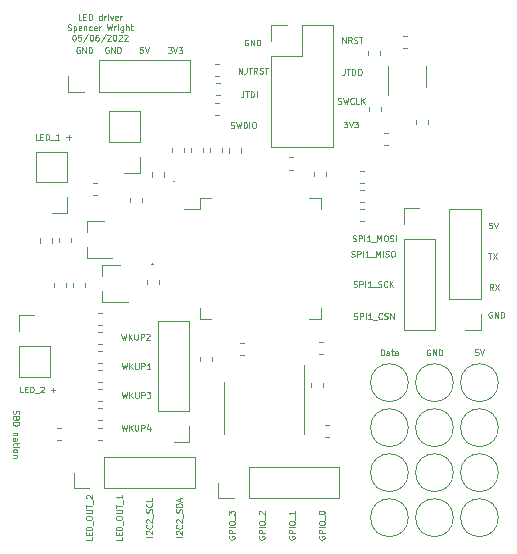
<source format=gto>
%TF.GenerationSoftware,KiCad,Pcbnew,(5.1.6-0-10_14)*%
%TF.CreationDate,2022-05-06T10:42:22-05:00*%
%TF.ProjectId,small_led_driver,736d616c-6c5f-46c6-9564-5f6472697665,rev?*%
%TF.SameCoordinates,Original*%
%TF.FileFunction,Legend,Top*%
%TF.FilePolarity,Positive*%
%FSLAX46Y46*%
G04 Gerber Fmt 4.6, Leading zero omitted, Abs format (unit mm)*
G04 Created by KiCad (PCBNEW (5.1.6-0-10_14)) date 2022-05-06 10:42:22*
%MOMM*%
%LPD*%
G01*
G04 APERTURE LIST*
%ADD10C,0.125000*%
%ADD11C,0.120000*%
%ADD12C,0.150000*%
%ADD13C,0.200000*%
%ADD14R,1.800000X1.800000*%
%ADD15O,1.800000X1.800000*%
%ADD16C,2.700000*%
%ADD17C,5.100000*%
%ADD18R,1.000000X0.900000*%
%ADD19R,0.750000X1.160000*%
%ADD20R,0.675000X1.240000*%
%ADD21R,1.100000X1.300000*%
%ADD22C,2.100000*%
G04 APERTURE END LIST*
D10*
X83727619Y-111580000D02*
X83703809Y-111651428D01*
X83703809Y-111770476D01*
X83727619Y-111818095D01*
X83751428Y-111841904D01*
X83799047Y-111865714D01*
X83846666Y-111865714D01*
X83894285Y-111841904D01*
X83918095Y-111818095D01*
X83941904Y-111770476D01*
X83965714Y-111675238D01*
X83989523Y-111627619D01*
X84013333Y-111603809D01*
X84060952Y-111580000D01*
X84108571Y-111580000D01*
X84156190Y-111603809D01*
X84180000Y-111627619D01*
X84203809Y-111675238D01*
X84203809Y-111794285D01*
X84180000Y-111865714D01*
X83965714Y-112246666D02*
X83941904Y-112318095D01*
X83918095Y-112341904D01*
X83870476Y-112365714D01*
X83799047Y-112365714D01*
X83751428Y-112341904D01*
X83727619Y-112318095D01*
X83703809Y-112270476D01*
X83703809Y-112080000D01*
X84203809Y-112080000D01*
X84203809Y-112246666D01*
X84180000Y-112294285D01*
X84156190Y-112318095D01*
X84108571Y-112341904D01*
X84060952Y-112341904D01*
X84013333Y-112318095D01*
X83989523Y-112294285D01*
X83965714Y-112246666D01*
X83965714Y-112080000D01*
X83703809Y-112580000D02*
X84203809Y-112580000D01*
X84203809Y-112699047D01*
X84180000Y-112770476D01*
X84132380Y-112818095D01*
X84084761Y-112841904D01*
X83989523Y-112865714D01*
X83918095Y-112865714D01*
X83822857Y-112841904D01*
X83775238Y-112818095D01*
X83727619Y-112770476D01*
X83703809Y-112699047D01*
X83703809Y-112580000D01*
X84037142Y-113460952D02*
X83703809Y-113460952D01*
X83989523Y-113460952D02*
X84013333Y-113484761D01*
X84037142Y-113532380D01*
X84037142Y-113603809D01*
X84013333Y-113651428D01*
X83965714Y-113675238D01*
X83703809Y-113675238D01*
X83703809Y-114127619D02*
X83965714Y-114127619D01*
X84013333Y-114103809D01*
X84037142Y-114056190D01*
X84037142Y-113960952D01*
X84013333Y-113913333D01*
X83727619Y-114127619D02*
X83703809Y-114080000D01*
X83703809Y-113960952D01*
X83727619Y-113913333D01*
X83775238Y-113889523D01*
X83822857Y-113889523D01*
X83870476Y-113913333D01*
X83894285Y-113960952D01*
X83894285Y-114080000D01*
X83918095Y-114127619D01*
X84037142Y-114294285D02*
X84037142Y-114484761D01*
X84203809Y-114365714D02*
X83775238Y-114365714D01*
X83727619Y-114389523D01*
X83703809Y-114437142D01*
X83703809Y-114484761D01*
X83703809Y-114651428D02*
X84037142Y-114651428D01*
X84203809Y-114651428D02*
X84180000Y-114627619D01*
X84156190Y-114651428D01*
X84180000Y-114675238D01*
X84203809Y-114651428D01*
X84156190Y-114651428D01*
X83703809Y-114960952D02*
X83727619Y-114913333D01*
X83751428Y-114889523D01*
X83799047Y-114865714D01*
X83941904Y-114865714D01*
X83989523Y-114889523D01*
X84013333Y-114913333D01*
X84037142Y-114960952D01*
X84037142Y-115032380D01*
X84013333Y-115080000D01*
X83989523Y-115103809D01*
X83941904Y-115127619D01*
X83799047Y-115127619D01*
X83751428Y-115103809D01*
X83727619Y-115080000D01*
X83703809Y-115032380D01*
X83703809Y-114960952D01*
X84037142Y-115341904D02*
X83703809Y-115341904D01*
X83989523Y-115341904D02*
X84013333Y-115365714D01*
X84037142Y-115413333D01*
X84037142Y-115484761D01*
X84013333Y-115532380D01*
X83965714Y-115556190D01*
X83703809Y-115556190D01*
X89488571Y-78511190D02*
X89250476Y-78511190D01*
X89250476Y-78011190D01*
X89655238Y-78249285D02*
X89821904Y-78249285D01*
X89893333Y-78511190D02*
X89655238Y-78511190D01*
X89655238Y-78011190D01*
X89893333Y-78011190D01*
X90107619Y-78511190D02*
X90107619Y-78011190D01*
X90226666Y-78011190D01*
X90298095Y-78035000D01*
X90345714Y-78082619D01*
X90369523Y-78130238D01*
X90393333Y-78225476D01*
X90393333Y-78296904D01*
X90369523Y-78392142D01*
X90345714Y-78439761D01*
X90298095Y-78487380D01*
X90226666Y-78511190D01*
X90107619Y-78511190D01*
X91202857Y-78511190D02*
X91202857Y-78011190D01*
X91202857Y-78487380D02*
X91155238Y-78511190D01*
X91060000Y-78511190D01*
X91012380Y-78487380D01*
X90988571Y-78463571D01*
X90964761Y-78415952D01*
X90964761Y-78273095D01*
X90988571Y-78225476D01*
X91012380Y-78201666D01*
X91060000Y-78177857D01*
X91155238Y-78177857D01*
X91202857Y-78201666D01*
X91440952Y-78511190D02*
X91440952Y-78177857D01*
X91440952Y-78273095D02*
X91464761Y-78225476D01*
X91488571Y-78201666D01*
X91536190Y-78177857D01*
X91583809Y-78177857D01*
X91750476Y-78511190D02*
X91750476Y-78177857D01*
X91750476Y-78011190D02*
X91726666Y-78035000D01*
X91750476Y-78058809D01*
X91774285Y-78035000D01*
X91750476Y-78011190D01*
X91750476Y-78058809D01*
X91940952Y-78177857D02*
X92060000Y-78511190D01*
X92179047Y-78177857D01*
X92560000Y-78487380D02*
X92512380Y-78511190D01*
X92417142Y-78511190D01*
X92369523Y-78487380D01*
X92345714Y-78439761D01*
X92345714Y-78249285D01*
X92369523Y-78201666D01*
X92417142Y-78177857D01*
X92512380Y-78177857D01*
X92560000Y-78201666D01*
X92583809Y-78249285D01*
X92583809Y-78296904D01*
X92345714Y-78344523D01*
X92798095Y-78511190D02*
X92798095Y-78177857D01*
X92798095Y-78273095D02*
X92821904Y-78225476D01*
X92845714Y-78201666D01*
X92893333Y-78177857D01*
X92940952Y-78177857D01*
X88321904Y-79362380D02*
X88393333Y-79386190D01*
X88512380Y-79386190D01*
X88560000Y-79362380D01*
X88583809Y-79338571D01*
X88607619Y-79290952D01*
X88607619Y-79243333D01*
X88583809Y-79195714D01*
X88560000Y-79171904D01*
X88512380Y-79148095D01*
X88417142Y-79124285D01*
X88369523Y-79100476D01*
X88345714Y-79076666D01*
X88321904Y-79029047D01*
X88321904Y-78981428D01*
X88345714Y-78933809D01*
X88369523Y-78910000D01*
X88417142Y-78886190D01*
X88536190Y-78886190D01*
X88607619Y-78910000D01*
X88821904Y-79052857D02*
X88821904Y-79552857D01*
X88821904Y-79076666D02*
X88869523Y-79052857D01*
X88964761Y-79052857D01*
X89012380Y-79076666D01*
X89036190Y-79100476D01*
X89060000Y-79148095D01*
X89060000Y-79290952D01*
X89036190Y-79338571D01*
X89012380Y-79362380D01*
X88964761Y-79386190D01*
X88869523Y-79386190D01*
X88821904Y-79362380D01*
X89464761Y-79362380D02*
X89417142Y-79386190D01*
X89321904Y-79386190D01*
X89274285Y-79362380D01*
X89250476Y-79314761D01*
X89250476Y-79124285D01*
X89274285Y-79076666D01*
X89321904Y-79052857D01*
X89417142Y-79052857D01*
X89464761Y-79076666D01*
X89488571Y-79124285D01*
X89488571Y-79171904D01*
X89250476Y-79219523D01*
X89702857Y-79052857D02*
X89702857Y-79386190D01*
X89702857Y-79100476D02*
X89726666Y-79076666D01*
X89774285Y-79052857D01*
X89845714Y-79052857D01*
X89893333Y-79076666D01*
X89917142Y-79124285D01*
X89917142Y-79386190D01*
X90369523Y-79362380D02*
X90321904Y-79386190D01*
X90226666Y-79386190D01*
X90179047Y-79362380D01*
X90155238Y-79338571D01*
X90131428Y-79290952D01*
X90131428Y-79148095D01*
X90155238Y-79100476D01*
X90179047Y-79076666D01*
X90226666Y-79052857D01*
X90321904Y-79052857D01*
X90369523Y-79076666D01*
X90774285Y-79362380D02*
X90726666Y-79386190D01*
X90631428Y-79386190D01*
X90583809Y-79362380D01*
X90560000Y-79314761D01*
X90560000Y-79124285D01*
X90583809Y-79076666D01*
X90631428Y-79052857D01*
X90726666Y-79052857D01*
X90774285Y-79076666D01*
X90798095Y-79124285D01*
X90798095Y-79171904D01*
X90560000Y-79219523D01*
X91012380Y-79386190D02*
X91012380Y-79052857D01*
X91012380Y-79148095D02*
X91036190Y-79100476D01*
X91060000Y-79076666D01*
X91107619Y-79052857D01*
X91155238Y-79052857D01*
X91655238Y-78886190D02*
X91774285Y-79386190D01*
X91869523Y-79029047D01*
X91964761Y-79386190D01*
X92083809Y-78886190D01*
X92274285Y-79386190D02*
X92274285Y-79052857D01*
X92274285Y-79148095D02*
X92298095Y-79100476D01*
X92321904Y-79076666D01*
X92369523Y-79052857D01*
X92417142Y-79052857D01*
X92583809Y-79386190D02*
X92583809Y-79052857D01*
X92583809Y-78886190D02*
X92560000Y-78910000D01*
X92583809Y-78933809D01*
X92607619Y-78910000D01*
X92583809Y-78886190D01*
X92583809Y-78933809D01*
X93036190Y-79052857D02*
X93036190Y-79457619D01*
X93012380Y-79505238D01*
X92988571Y-79529047D01*
X92940952Y-79552857D01*
X92869523Y-79552857D01*
X92821904Y-79529047D01*
X93036190Y-79362380D02*
X92988571Y-79386190D01*
X92893333Y-79386190D01*
X92845714Y-79362380D01*
X92821904Y-79338571D01*
X92798095Y-79290952D01*
X92798095Y-79148095D01*
X92821904Y-79100476D01*
X92845714Y-79076666D01*
X92893333Y-79052857D01*
X92988571Y-79052857D01*
X93036190Y-79076666D01*
X93274285Y-79386190D02*
X93274285Y-78886190D01*
X93488571Y-79386190D02*
X93488571Y-79124285D01*
X93464761Y-79076666D01*
X93417142Y-79052857D01*
X93345714Y-79052857D01*
X93298095Y-79076666D01*
X93274285Y-79100476D01*
X93655238Y-79052857D02*
X93845714Y-79052857D01*
X93726666Y-78886190D02*
X93726666Y-79314761D01*
X93750476Y-79362380D01*
X93798095Y-79386190D01*
X93845714Y-79386190D01*
X88845714Y-79761190D02*
X88893333Y-79761190D01*
X88940952Y-79785000D01*
X88964761Y-79808809D01*
X88988571Y-79856428D01*
X89012380Y-79951666D01*
X89012380Y-80070714D01*
X88988571Y-80165952D01*
X88964761Y-80213571D01*
X88940952Y-80237380D01*
X88893333Y-80261190D01*
X88845714Y-80261190D01*
X88798095Y-80237380D01*
X88774285Y-80213571D01*
X88750476Y-80165952D01*
X88726666Y-80070714D01*
X88726666Y-79951666D01*
X88750476Y-79856428D01*
X88774285Y-79808809D01*
X88798095Y-79785000D01*
X88845714Y-79761190D01*
X89464761Y-79761190D02*
X89226666Y-79761190D01*
X89202857Y-79999285D01*
X89226666Y-79975476D01*
X89274285Y-79951666D01*
X89393333Y-79951666D01*
X89440952Y-79975476D01*
X89464761Y-79999285D01*
X89488571Y-80046904D01*
X89488571Y-80165952D01*
X89464761Y-80213571D01*
X89440952Y-80237380D01*
X89393333Y-80261190D01*
X89274285Y-80261190D01*
X89226666Y-80237380D01*
X89202857Y-80213571D01*
X90060000Y-79737380D02*
X89631428Y-80380238D01*
X90321904Y-79761190D02*
X90369523Y-79761190D01*
X90417142Y-79785000D01*
X90440952Y-79808809D01*
X90464761Y-79856428D01*
X90488571Y-79951666D01*
X90488571Y-80070714D01*
X90464761Y-80165952D01*
X90440952Y-80213571D01*
X90417142Y-80237380D01*
X90369523Y-80261190D01*
X90321904Y-80261190D01*
X90274285Y-80237380D01*
X90250476Y-80213571D01*
X90226666Y-80165952D01*
X90202857Y-80070714D01*
X90202857Y-79951666D01*
X90226666Y-79856428D01*
X90250476Y-79808809D01*
X90274285Y-79785000D01*
X90321904Y-79761190D01*
X90917142Y-79761190D02*
X90821904Y-79761190D01*
X90774285Y-79785000D01*
X90750476Y-79808809D01*
X90702857Y-79880238D01*
X90679047Y-79975476D01*
X90679047Y-80165952D01*
X90702857Y-80213571D01*
X90726666Y-80237380D01*
X90774285Y-80261190D01*
X90869523Y-80261190D01*
X90917142Y-80237380D01*
X90940952Y-80213571D01*
X90964761Y-80165952D01*
X90964761Y-80046904D01*
X90940952Y-79999285D01*
X90917142Y-79975476D01*
X90869523Y-79951666D01*
X90774285Y-79951666D01*
X90726666Y-79975476D01*
X90702857Y-79999285D01*
X90679047Y-80046904D01*
X91536190Y-79737380D02*
X91107619Y-80380238D01*
X91679047Y-79808809D02*
X91702857Y-79785000D01*
X91750476Y-79761190D01*
X91869523Y-79761190D01*
X91917142Y-79785000D01*
X91940952Y-79808809D01*
X91964761Y-79856428D01*
X91964761Y-79904047D01*
X91940952Y-79975476D01*
X91655238Y-80261190D01*
X91964761Y-80261190D01*
X92274285Y-79761190D02*
X92321904Y-79761190D01*
X92369523Y-79785000D01*
X92393333Y-79808809D01*
X92417142Y-79856428D01*
X92440952Y-79951666D01*
X92440952Y-80070714D01*
X92417142Y-80165952D01*
X92393333Y-80213571D01*
X92369523Y-80237380D01*
X92321904Y-80261190D01*
X92274285Y-80261190D01*
X92226666Y-80237380D01*
X92202857Y-80213571D01*
X92179047Y-80165952D01*
X92155238Y-80070714D01*
X92155238Y-79951666D01*
X92179047Y-79856428D01*
X92202857Y-79808809D01*
X92226666Y-79785000D01*
X92274285Y-79761190D01*
X92631428Y-79808809D02*
X92655238Y-79785000D01*
X92702857Y-79761190D01*
X92821904Y-79761190D01*
X92869523Y-79785000D01*
X92893333Y-79808809D01*
X92917142Y-79856428D01*
X92917142Y-79904047D01*
X92893333Y-79975476D01*
X92607619Y-80261190D01*
X92917142Y-80261190D01*
X93107619Y-79808809D02*
X93131428Y-79785000D01*
X93179047Y-79761190D01*
X93298095Y-79761190D01*
X93345714Y-79785000D01*
X93369523Y-79808809D01*
X93393333Y-79856428D01*
X93393333Y-79904047D01*
X93369523Y-79975476D01*
X93083809Y-80261190D01*
X93393333Y-80261190D01*
X85860000Y-88636190D02*
X85621904Y-88636190D01*
X85621904Y-88136190D01*
X86026666Y-88374285D02*
X86193333Y-88374285D01*
X86264761Y-88636190D02*
X86026666Y-88636190D01*
X86026666Y-88136190D01*
X86264761Y-88136190D01*
X86479047Y-88636190D02*
X86479047Y-88136190D01*
X86598095Y-88136190D01*
X86669523Y-88160000D01*
X86717142Y-88207619D01*
X86740952Y-88255238D01*
X86764761Y-88350476D01*
X86764761Y-88421904D01*
X86740952Y-88517142D01*
X86717142Y-88564761D01*
X86669523Y-88612380D01*
X86598095Y-88636190D01*
X86479047Y-88636190D01*
X86860000Y-88683809D02*
X87240952Y-88683809D01*
X87621904Y-88636190D02*
X87336190Y-88636190D01*
X87479047Y-88636190D02*
X87479047Y-88136190D01*
X87431428Y-88207619D01*
X87383809Y-88255238D01*
X87336190Y-88279047D01*
X88217142Y-88445714D02*
X88598095Y-88445714D01*
X88407619Y-88636190D02*
X88407619Y-88255238D01*
X84550000Y-110046190D02*
X84311904Y-110046190D01*
X84311904Y-109546190D01*
X84716666Y-109784285D02*
X84883333Y-109784285D01*
X84954761Y-110046190D02*
X84716666Y-110046190D01*
X84716666Y-109546190D01*
X84954761Y-109546190D01*
X85169047Y-110046190D02*
X85169047Y-109546190D01*
X85288095Y-109546190D01*
X85359523Y-109570000D01*
X85407142Y-109617619D01*
X85430952Y-109665238D01*
X85454761Y-109760476D01*
X85454761Y-109831904D01*
X85430952Y-109927142D01*
X85407142Y-109974761D01*
X85359523Y-110022380D01*
X85288095Y-110046190D01*
X85169047Y-110046190D01*
X85550000Y-110093809D02*
X85930952Y-110093809D01*
X86026190Y-109593809D02*
X86050000Y-109570000D01*
X86097619Y-109546190D01*
X86216666Y-109546190D01*
X86264285Y-109570000D01*
X86288095Y-109593809D01*
X86311904Y-109641428D01*
X86311904Y-109689047D01*
X86288095Y-109760476D01*
X86002380Y-110046190D01*
X86311904Y-110046190D01*
X86907142Y-109855714D02*
X87288095Y-109855714D01*
X87097619Y-110046190D02*
X87097619Y-109665238D01*
X92914996Y-112773896D02*
X93034043Y-113273896D01*
X93129282Y-112916753D01*
X93224520Y-113273896D01*
X93343567Y-112773896D01*
X93534043Y-113273896D02*
X93534043Y-112773896D01*
X93819758Y-113273896D02*
X93605472Y-112988182D01*
X93819758Y-112773896D02*
X93534043Y-113059610D01*
X94034043Y-112773896D02*
X94034043Y-113178658D01*
X94057853Y-113226277D01*
X94081662Y-113250086D01*
X94129282Y-113273896D01*
X94224520Y-113273896D01*
X94272139Y-113250086D01*
X94295948Y-113226277D01*
X94319758Y-113178658D01*
X94319758Y-112773896D01*
X94557853Y-113273896D02*
X94557853Y-112773896D01*
X94748329Y-112773896D01*
X94795948Y-112797706D01*
X94819758Y-112821515D01*
X94843567Y-112869134D01*
X94843567Y-112940563D01*
X94819758Y-112988182D01*
X94795948Y-113011991D01*
X94748329Y-113035801D01*
X94557853Y-113035801D01*
X95272139Y-112940563D02*
X95272139Y-113273896D01*
X95153091Y-112750086D02*
X95034043Y-113107229D01*
X95343567Y-113107229D01*
X92934997Y-110023894D02*
X93054044Y-110523894D01*
X93149283Y-110166751D01*
X93244521Y-110523894D01*
X93363568Y-110023894D01*
X93554044Y-110523894D02*
X93554044Y-110023894D01*
X93839759Y-110523894D02*
X93625473Y-110238180D01*
X93839759Y-110023894D02*
X93554044Y-110309608D01*
X94054044Y-110023894D02*
X94054044Y-110428656D01*
X94077854Y-110476275D01*
X94101663Y-110500084D01*
X94149283Y-110523894D01*
X94244521Y-110523894D01*
X94292140Y-110500084D01*
X94315949Y-110476275D01*
X94339759Y-110428656D01*
X94339759Y-110023894D01*
X94577854Y-110523894D02*
X94577854Y-110023894D01*
X94768330Y-110023894D01*
X94815949Y-110047704D01*
X94839759Y-110071513D01*
X94863568Y-110119132D01*
X94863568Y-110190561D01*
X94839759Y-110238180D01*
X94815949Y-110261989D01*
X94768330Y-110285799D01*
X94577854Y-110285799D01*
X95030235Y-110023894D02*
X95339759Y-110023894D01*
X95173092Y-110214370D01*
X95244521Y-110214370D01*
X95292140Y-110238180D01*
X95315949Y-110261989D01*
X95339759Y-110309608D01*
X95339759Y-110428656D01*
X95315949Y-110476275D01*
X95292140Y-110500084D01*
X95244521Y-110523894D01*
X95101663Y-110523894D01*
X95054044Y-110500084D01*
X95030235Y-110476275D01*
X92925714Y-107566190D02*
X93044761Y-108066190D01*
X93140000Y-107709047D01*
X93235238Y-108066190D01*
X93354285Y-107566190D01*
X93544761Y-108066190D02*
X93544761Y-107566190D01*
X93830476Y-108066190D02*
X93616190Y-107780476D01*
X93830476Y-107566190D02*
X93544761Y-107851904D01*
X94044761Y-107566190D02*
X94044761Y-107970952D01*
X94068571Y-108018571D01*
X94092380Y-108042380D01*
X94140000Y-108066190D01*
X94235238Y-108066190D01*
X94282857Y-108042380D01*
X94306666Y-108018571D01*
X94330476Y-107970952D01*
X94330476Y-107566190D01*
X94568571Y-108066190D02*
X94568571Y-107566190D01*
X94759047Y-107566190D01*
X94806666Y-107590000D01*
X94830476Y-107613809D01*
X94854285Y-107661428D01*
X94854285Y-107732857D01*
X94830476Y-107780476D01*
X94806666Y-107804285D01*
X94759047Y-107828095D01*
X94568571Y-107828095D01*
X95330476Y-108066190D02*
X95044761Y-108066190D01*
X95187619Y-108066190D02*
X95187619Y-107566190D01*
X95140000Y-107637619D01*
X95092380Y-107685238D01*
X95044761Y-107709047D01*
X92864996Y-105083897D02*
X92984043Y-105583897D01*
X93079282Y-105226754D01*
X93174520Y-105583897D01*
X93293567Y-105083897D01*
X93484043Y-105583897D02*
X93484043Y-105083897D01*
X93769758Y-105583897D02*
X93555472Y-105298183D01*
X93769758Y-105083897D02*
X93484043Y-105369611D01*
X93984043Y-105083897D02*
X93984043Y-105488659D01*
X94007853Y-105536278D01*
X94031662Y-105560087D01*
X94079282Y-105583897D01*
X94174520Y-105583897D01*
X94222139Y-105560087D01*
X94245948Y-105536278D01*
X94269758Y-105488659D01*
X94269758Y-105083897D01*
X94507853Y-105583897D02*
X94507853Y-105083897D01*
X94698329Y-105083897D01*
X94745948Y-105107707D01*
X94769758Y-105131516D01*
X94793567Y-105179135D01*
X94793567Y-105250564D01*
X94769758Y-105298183D01*
X94745948Y-105321992D01*
X94698329Y-105345802D01*
X94507853Y-105345802D01*
X94984043Y-105131516D02*
X95007853Y-105107707D01*
X95055472Y-105083897D01*
X95174520Y-105083897D01*
X95222139Y-105107707D01*
X95245948Y-105131516D01*
X95269758Y-105179135D01*
X95269758Y-105226754D01*
X95245948Y-105298183D01*
X94960234Y-105583897D01*
X95269758Y-105583897D01*
X111700952Y-87106190D02*
X112010476Y-87106190D01*
X111843809Y-87296666D01*
X111915238Y-87296666D01*
X111962857Y-87320476D01*
X111986666Y-87344285D01*
X112010476Y-87391904D01*
X112010476Y-87510952D01*
X111986666Y-87558571D01*
X111962857Y-87582380D01*
X111915238Y-87606190D01*
X111772380Y-87606190D01*
X111724761Y-87582380D01*
X111700952Y-87558571D01*
X112153333Y-87106190D02*
X112320000Y-87606190D01*
X112486666Y-87106190D01*
X112605714Y-87106190D02*
X112915238Y-87106190D01*
X112748571Y-87296666D01*
X112820000Y-87296666D01*
X112867619Y-87320476D01*
X112891428Y-87344285D01*
X112915238Y-87391904D01*
X112915238Y-87510952D01*
X112891428Y-87558571D01*
X112867619Y-87582380D01*
X112820000Y-87606190D01*
X112677142Y-87606190D01*
X112629523Y-87582380D01*
X112605714Y-87558571D01*
X94684761Y-80806190D02*
X94446666Y-80806190D01*
X94422857Y-81044285D01*
X94446666Y-81020476D01*
X94494285Y-80996666D01*
X94613333Y-80996666D01*
X94660952Y-81020476D01*
X94684761Y-81044285D01*
X94708571Y-81091904D01*
X94708571Y-81210952D01*
X94684761Y-81258571D01*
X94660952Y-81282380D01*
X94613333Y-81306190D01*
X94494285Y-81306190D01*
X94446666Y-81282380D01*
X94422857Y-81258571D01*
X94851428Y-80806190D02*
X95018095Y-81306190D01*
X95184761Y-80806190D01*
X91779047Y-80810000D02*
X91731428Y-80786190D01*
X91660000Y-80786190D01*
X91588571Y-80810000D01*
X91540952Y-80857619D01*
X91517142Y-80905238D01*
X91493333Y-81000476D01*
X91493333Y-81071904D01*
X91517142Y-81167142D01*
X91540952Y-81214761D01*
X91588571Y-81262380D01*
X91660000Y-81286190D01*
X91707619Y-81286190D01*
X91779047Y-81262380D01*
X91802857Y-81238571D01*
X91802857Y-81071904D01*
X91707619Y-81071904D01*
X92017142Y-81286190D02*
X92017142Y-80786190D01*
X92302857Y-81286190D01*
X92302857Y-80786190D01*
X92540952Y-81286190D02*
X92540952Y-80786190D01*
X92660000Y-80786190D01*
X92731428Y-80810000D01*
X92779047Y-80857619D01*
X92802857Y-80905238D01*
X92826666Y-81000476D01*
X92826666Y-81071904D01*
X92802857Y-81167142D01*
X92779047Y-81214761D01*
X92731428Y-81262380D01*
X92660000Y-81286190D01*
X92540952Y-81286190D01*
X89339047Y-80830000D02*
X89291428Y-80806190D01*
X89220000Y-80806190D01*
X89148571Y-80830000D01*
X89100952Y-80877619D01*
X89077142Y-80925238D01*
X89053333Y-81020476D01*
X89053333Y-81091904D01*
X89077142Y-81187142D01*
X89100952Y-81234761D01*
X89148571Y-81282380D01*
X89220000Y-81306190D01*
X89267619Y-81306190D01*
X89339047Y-81282380D01*
X89362857Y-81258571D01*
X89362857Y-81091904D01*
X89267619Y-81091904D01*
X89577142Y-81306190D02*
X89577142Y-80806190D01*
X89862857Y-81306190D01*
X89862857Y-80806190D01*
X90100952Y-81306190D02*
X90100952Y-80806190D01*
X90220000Y-80806190D01*
X90291428Y-80830000D01*
X90339047Y-80877619D01*
X90362857Y-80925238D01*
X90386666Y-81020476D01*
X90386666Y-81091904D01*
X90362857Y-81187142D01*
X90339047Y-81234761D01*
X90291428Y-81282380D01*
X90220000Y-81306190D01*
X90100952Y-81306190D01*
X96820952Y-80826190D02*
X97130476Y-80826190D01*
X96963809Y-81016666D01*
X97035238Y-81016666D01*
X97082857Y-81040476D01*
X97106666Y-81064285D01*
X97130476Y-81111904D01*
X97130476Y-81230952D01*
X97106666Y-81278571D01*
X97082857Y-81302380D01*
X97035238Y-81326190D01*
X96892380Y-81326190D01*
X96844761Y-81302380D01*
X96820952Y-81278571D01*
X97273333Y-80826190D02*
X97440000Y-81326190D01*
X97606666Y-80826190D01*
X97725714Y-80826190D02*
X98035238Y-80826190D01*
X97868571Y-81016666D01*
X97940000Y-81016666D01*
X97987619Y-81040476D01*
X98011428Y-81064285D01*
X98035238Y-81111904D01*
X98035238Y-81230952D01*
X98011428Y-81278571D01*
X97987619Y-81302380D01*
X97940000Y-81326190D01*
X97797142Y-81326190D01*
X97749523Y-81302380D01*
X97725714Y-81278571D01*
X111199047Y-85582380D02*
X111270476Y-85606190D01*
X111389523Y-85606190D01*
X111437142Y-85582380D01*
X111460952Y-85558571D01*
X111484761Y-85510952D01*
X111484761Y-85463333D01*
X111460952Y-85415714D01*
X111437142Y-85391904D01*
X111389523Y-85368095D01*
X111294285Y-85344285D01*
X111246666Y-85320476D01*
X111222857Y-85296666D01*
X111199047Y-85249047D01*
X111199047Y-85201428D01*
X111222857Y-85153809D01*
X111246666Y-85130000D01*
X111294285Y-85106190D01*
X111413333Y-85106190D01*
X111484761Y-85130000D01*
X111651428Y-85106190D02*
X111770476Y-85606190D01*
X111865714Y-85249047D01*
X111960952Y-85606190D01*
X112080000Y-85106190D01*
X112556190Y-85558571D02*
X112532380Y-85582380D01*
X112460952Y-85606190D01*
X112413333Y-85606190D01*
X112341904Y-85582380D01*
X112294285Y-85534761D01*
X112270476Y-85487142D01*
X112246666Y-85391904D01*
X112246666Y-85320476D01*
X112270476Y-85225238D01*
X112294285Y-85177619D01*
X112341904Y-85130000D01*
X112413333Y-85106190D01*
X112460952Y-85106190D01*
X112532380Y-85130000D01*
X112556190Y-85153809D01*
X113008571Y-85606190D02*
X112770476Y-85606190D01*
X112770476Y-85106190D01*
X113175238Y-85606190D02*
X113175238Y-85106190D01*
X113460952Y-85606190D02*
X113246666Y-85320476D01*
X113460952Y-85106190D02*
X113175238Y-85391904D01*
X111779047Y-82666190D02*
X111779047Y-83023333D01*
X111755238Y-83094761D01*
X111707619Y-83142380D01*
X111636190Y-83166190D01*
X111588571Y-83166190D01*
X111945714Y-82666190D02*
X112231428Y-82666190D01*
X112088571Y-83166190D02*
X112088571Y-82666190D01*
X112398095Y-83166190D02*
X112398095Y-82666190D01*
X112517142Y-82666190D01*
X112588571Y-82690000D01*
X112636190Y-82737619D01*
X112660000Y-82785238D01*
X112683809Y-82880476D01*
X112683809Y-82951904D01*
X112660000Y-83047142D01*
X112636190Y-83094761D01*
X112588571Y-83142380D01*
X112517142Y-83166190D01*
X112398095Y-83166190D01*
X112993333Y-82666190D02*
X113088571Y-82666190D01*
X113136190Y-82690000D01*
X113183809Y-82737619D01*
X113207619Y-82832857D01*
X113207619Y-82999523D01*
X113183809Y-83094761D01*
X113136190Y-83142380D01*
X113088571Y-83166190D01*
X112993333Y-83166190D01*
X112945714Y-83142380D01*
X112898095Y-83094761D01*
X112874285Y-82999523D01*
X112874285Y-82832857D01*
X112898095Y-82737619D01*
X112945714Y-82690000D01*
X112993333Y-82666190D01*
X111568571Y-80466190D02*
X111568571Y-79966190D01*
X111854285Y-80466190D01*
X111854285Y-79966190D01*
X112378095Y-80466190D02*
X112211428Y-80228095D01*
X112092380Y-80466190D02*
X112092380Y-79966190D01*
X112282857Y-79966190D01*
X112330476Y-79990000D01*
X112354285Y-80013809D01*
X112378095Y-80061428D01*
X112378095Y-80132857D01*
X112354285Y-80180476D01*
X112330476Y-80204285D01*
X112282857Y-80228095D01*
X112092380Y-80228095D01*
X112568571Y-80442380D02*
X112640000Y-80466190D01*
X112759047Y-80466190D01*
X112806666Y-80442380D01*
X112830476Y-80418571D01*
X112854285Y-80370952D01*
X112854285Y-80323333D01*
X112830476Y-80275714D01*
X112806666Y-80251904D01*
X112759047Y-80228095D01*
X112663809Y-80204285D01*
X112616190Y-80180476D01*
X112592380Y-80156666D01*
X112568571Y-80109047D01*
X112568571Y-80061428D01*
X112592380Y-80013809D01*
X112616190Y-79990000D01*
X112663809Y-79966190D01*
X112782857Y-79966190D01*
X112854285Y-79990000D01*
X112997142Y-79966190D02*
X113282857Y-79966190D01*
X113140000Y-80466190D02*
X113140000Y-79966190D01*
X102150476Y-87632380D02*
X102221904Y-87656190D01*
X102340952Y-87656190D01*
X102388571Y-87632380D01*
X102412380Y-87608571D01*
X102436190Y-87560952D01*
X102436190Y-87513333D01*
X102412380Y-87465714D01*
X102388571Y-87441904D01*
X102340952Y-87418095D01*
X102245714Y-87394285D01*
X102198095Y-87370476D01*
X102174285Y-87346666D01*
X102150476Y-87299047D01*
X102150476Y-87251428D01*
X102174285Y-87203809D01*
X102198095Y-87180000D01*
X102245714Y-87156190D01*
X102364761Y-87156190D01*
X102436190Y-87180000D01*
X102602857Y-87156190D02*
X102721904Y-87656190D01*
X102817142Y-87299047D01*
X102912380Y-87656190D01*
X103031428Y-87156190D01*
X103221904Y-87656190D02*
X103221904Y-87156190D01*
X103340952Y-87156190D01*
X103412380Y-87180000D01*
X103460000Y-87227619D01*
X103483809Y-87275238D01*
X103507619Y-87370476D01*
X103507619Y-87441904D01*
X103483809Y-87537142D01*
X103460000Y-87584761D01*
X103412380Y-87632380D01*
X103340952Y-87656190D01*
X103221904Y-87656190D01*
X103721904Y-87656190D02*
X103721904Y-87156190D01*
X104055238Y-87156190D02*
X104150476Y-87156190D01*
X104198095Y-87180000D01*
X104245714Y-87227619D01*
X104269523Y-87322857D01*
X104269523Y-87489523D01*
X104245714Y-87584761D01*
X104198095Y-87632380D01*
X104150476Y-87656190D01*
X104055238Y-87656190D01*
X104007619Y-87632380D01*
X103960000Y-87584761D01*
X103936190Y-87489523D01*
X103936190Y-87322857D01*
X103960000Y-87227619D01*
X104007619Y-87180000D01*
X104055238Y-87156190D01*
X103201904Y-84546190D02*
X103201904Y-84903333D01*
X103178095Y-84974761D01*
X103130476Y-85022380D01*
X103059047Y-85046190D01*
X103011428Y-85046190D01*
X103368571Y-84546190D02*
X103654285Y-84546190D01*
X103511428Y-85046190D02*
X103511428Y-84546190D01*
X103820952Y-85046190D02*
X103820952Y-84546190D01*
X103940000Y-84546190D01*
X104011428Y-84570000D01*
X104059047Y-84617619D01*
X104082857Y-84665238D01*
X104106666Y-84760476D01*
X104106666Y-84831904D01*
X104082857Y-84927142D01*
X104059047Y-84974761D01*
X104011428Y-85022380D01*
X103940000Y-85046190D01*
X103820952Y-85046190D01*
X104320952Y-85046190D02*
X104320952Y-84546190D01*
X102807619Y-83046190D02*
X102807619Y-82546190D01*
X103093333Y-83046190D01*
X103093333Y-82546190D01*
X103474285Y-82546190D02*
X103474285Y-82903333D01*
X103450476Y-82974761D01*
X103402857Y-83022380D01*
X103331428Y-83046190D01*
X103283809Y-83046190D01*
X103640952Y-82546190D02*
X103926666Y-82546190D01*
X103783809Y-83046190D02*
X103783809Y-82546190D01*
X104379047Y-83046190D02*
X104212380Y-82808095D01*
X104093333Y-83046190D02*
X104093333Y-82546190D01*
X104283809Y-82546190D01*
X104331428Y-82570000D01*
X104355238Y-82593809D01*
X104379047Y-82641428D01*
X104379047Y-82712857D01*
X104355238Y-82760476D01*
X104331428Y-82784285D01*
X104283809Y-82808095D01*
X104093333Y-82808095D01*
X104569523Y-83022380D02*
X104640952Y-83046190D01*
X104760000Y-83046190D01*
X104807619Y-83022380D01*
X104831428Y-82998571D01*
X104855238Y-82950952D01*
X104855238Y-82903333D01*
X104831428Y-82855714D01*
X104807619Y-82831904D01*
X104760000Y-82808095D01*
X104664761Y-82784285D01*
X104617142Y-82760476D01*
X104593333Y-82736666D01*
X104569523Y-82689047D01*
X104569523Y-82641428D01*
X104593333Y-82593809D01*
X104617142Y-82570000D01*
X104664761Y-82546190D01*
X104783809Y-82546190D01*
X104855238Y-82570000D01*
X104998095Y-82546190D02*
X105283809Y-82546190D01*
X105140952Y-83046190D02*
X105140952Y-82546190D01*
X103589047Y-80190000D02*
X103541428Y-80166190D01*
X103470000Y-80166190D01*
X103398571Y-80190000D01*
X103350952Y-80237619D01*
X103327142Y-80285238D01*
X103303333Y-80380476D01*
X103303333Y-80451904D01*
X103327142Y-80547142D01*
X103350952Y-80594761D01*
X103398571Y-80642380D01*
X103470000Y-80666190D01*
X103517619Y-80666190D01*
X103589047Y-80642380D01*
X103612857Y-80618571D01*
X103612857Y-80451904D01*
X103517619Y-80451904D01*
X103827142Y-80666190D02*
X103827142Y-80166190D01*
X104112857Y-80666190D01*
X104112857Y-80166190D01*
X104350952Y-80666190D02*
X104350952Y-80166190D01*
X104470000Y-80166190D01*
X104541428Y-80190000D01*
X104589047Y-80237619D01*
X104612857Y-80285238D01*
X104636666Y-80380476D01*
X104636666Y-80451904D01*
X104612857Y-80547142D01*
X104589047Y-80594761D01*
X104541428Y-80642380D01*
X104470000Y-80666190D01*
X104350952Y-80666190D01*
X112559523Y-103802380D02*
X112630952Y-103826190D01*
X112750000Y-103826190D01*
X112797619Y-103802380D01*
X112821428Y-103778571D01*
X112845238Y-103730952D01*
X112845238Y-103683333D01*
X112821428Y-103635714D01*
X112797619Y-103611904D01*
X112750000Y-103588095D01*
X112654761Y-103564285D01*
X112607142Y-103540476D01*
X112583333Y-103516666D01*
X112559523Y-103469047D01*
X112559523Y-103421428D01*
X112583333Y-103373809D01*
X112607142Y-103350000D01*
X112654761Y-103326190D01*
X112773809Y-103326190D01*
X112845238Y-103350000D01*
X113059523Y-103826190D02*
X113059523Y-103326190D01*
X113250000Y-103326190D01*
X113297619Y-103350000D01*
X113321428Y-103373809D01*
X113345238Y-103421428D01*
X113345238Y-103492857D01*
X113321428Y-103540476D01*
X113297619Y-103564285D01*
X113250000Y-103588095D01*
X113059523Y-103588095D01*
X113559523Y-103826190D02*
X113559523Y-103326190D01*
X114059523Y-103826190D02*
X113773809Y-103826190D01*
X113916666Y-103826190D02*
X113916666Y-103326190D01*
X113869047Y-103397619D01*
X113821428Y-103445238D01*
X113773809Y-103469047D01*
X114154761Y-103873809D02*
X114535714Y-103873809D01*
X114940476Y-103778571D02*
X114916666Y-103802380D01*
X114845238Y-103826190D01*
X114797619Y-103826190D01*
X114726190Y-103802380D01*
X114678571Y-103754761D01*
X114654761Y-103707142D01*
X114630952Y-103611904D01*
X114630952Y-103540476D01*
X114654761Y-103445238D01*
X114678571Y-103397619D01*
X114726190Y-103350000D01*
X114797619Y-103326190D01*
X114845238Y-103326190D01*
X114916666Y-103350000D01*
X114940476Y-103373809D01*
X115130952Y-103802380D02*
X115202380Y-103826190D01*
X115321428Y-103826190D01*
X115369047Y-103802380D01*
X115392857Y-103778571D01*
X115416666Y-103730952D01*
X115416666Y-103683333D01*
X115392857Y-103635714D01*
X115369047Y-103611904D01*
X115321428Y-103588095D01*
X115226190Y-103564285D01*
X115178571Y-103540476D01*
X115154761Y-103516666D01*
X115130952Y-103469047D01*
X115130952Y-103421428D01*
X115154761Y-103373809D01*
X115178571Y-103350000D01*
X115226190Y-103326190D01*
X115345238Y-103326190D01*
X115416666Y-103350000D01*
X115630952Y-103826190D02*
X115630952Y-103326190D01*
X115916666Y-103826190D01*
X115916666Y-103326190D01*
X112531428Y-101082380D02*
X112602857Y-101106190D01*
X112721904Y-101106190D01*
X112769523Y-101082380D01*
X112793333Y-101058571D01*
X112817142Y-101010952D01*
X112817142Y-100963333D01*
X112793333Y-100915714D01*
X112769523Y-100891904D01*
X112721904Y-100868095D01*
X112626666Y-100844285D01*
X112579047Y-100820476D01*
X112555238Y-100796666D01*
X112531428Y-100749047D01*
X112531428Y-100701428D01*
X112555238Y-100653809D01*
X112579047Y-100630000D01*
X112626666Y-100606190D01*
X112745714Y-100606190D01*
X112817142Y-100630000D01*
X113031428Y-101106190D02*
X113031428Y-100606190D01*
X113221904Y-100606190D01*
X113269523Y-100630000D01*
X113293333Y-100653809D01*
X113317142Y-100701428D01*
X113317142Y-100772857D01*
X113293333Y-100820476D01*
X113269523Y-100844285D01*
X113221904Y-100868095D01*
X113031428Y-100868095D01*
X113531428Y-101106190D02*
X113531428Y-100606190D01*
X114031428Y-101106190D02*
X113745714Y-101106190D01*
X113888571Y-101106190D02*
X113888571Y-100606190D01*
X113840952Y-100677619D01*
X113793333Y-100725238D01*
X113745714Y-100749047D01*
X114126666Y-101153809D02*
X114507619Y-101153809D01*
X114602857Y-101082380D02*
X114674285Y-101106190D01*
X114793333Y-101106190D01*
X114840952Y-101082380D01*
X114864761Y-101058571D01*
X114888571Y-101010952D01*
X114888571Y-100963333D01*
X114864761Y-100915714D01*
X114840952Y-100891904D01*
X114793333Y-100868095D01*
X114698095Y-100844285D01*
X114650476Y-100820476D01*
X114626666Y-100796666D01*
X114602857Y-100749047D01*
X114602857Y-100701428D01*
X114626666Y-100653809D01*
X114650476Y-100630000D01*
X114698095Y-100606190D01*
X114817142Y-100606190D01*
X114888571Y-100630000D01*
X115388571Y-101058571D02*
X115364761Y-101082380D01*
X115293333Y-101106190D01*
X115245714Y-101106190D01*
X115174285Y-101082380D01*
X115126666Y-101034761D01*
X115102857Y-100987142D01*
X115079047Y-100891904D01*
X115079047Y-100820476D01*
X115102857Y-100725238D01*
X115126666Y-100677619D01*
X115174285Y-100630000D01*
X115245714Y-100606190D01*
X115293333Y-100606190D01*
X115364761Y-100630000D01*
X115388571Y-100653809D01*
X115602857Y-101106190D02*
X115602857Y-100606190D01*
X115888571Y-101106190D02*
X115674285Y-100820476D01*
X115888571Y-100606190D02*
X115602857Y-100891904D01*
X112334761Y-98522380D02*
X112406190Y-98546190D01*
X112525238Y-98546190D01*
X112572857Y-98522380D01*
X112596666Y-98498571D01*
X112620476Y-98450952D01*
X112620476Y-98403333D01*
X112596666Y-98355714D01*
X112572857Y-98331904D01*
X112525238Y-98308095D01*
X112430000Y-98284285D01*
X112382380Y-98260476D01*
X112358571Y-98236666D01*
X112334761Y-98189047D01*
X112334761Y-98141428D01*
X112358571Y-98093809D01*
X112382380Y-98070000D01*
X112430000Y-98046190D01*
X112549047Y-98046190D01*
X112620476Y-98070000D01*
X112834761Y-98546190D02*
X112834761Y-98046190D01*
X113025238Y-98046190D01*
X113072857Y-98070000D01*
X113096666Y-98093809D01*
X113120476Y-98141428D01*
X113120476Y-98212857D01*
X113096666Y-98260476D01*
X113072857Y-98284285D01*
X113025238Y-98308095D01*
X112834761Y-98308095D01*
X113334761Y-98546190D02*
X113334761Y-98046190D01*
X113834761Y-98546190D02*
X113549047Y-98546190D01*
X113691904Y-98546190D02*
X113691904Y-98046190D01*
X113644285Y-98117619D01*
X113596666Y-98165238D01*
X113549047Y-98189047D01*
X113930000Y-98593809D02*
X114310952Y-98593809D01*
X114430000Y-98546190D02*
X114430000Y-98046190D01*
X114596666Y-98403333D01*
X114763333Y-98046190D01*
X114763333Y-98546190D01*
X115001428Y-98546190D02*
X115001428Y-98046190D01*
X115215714Y-98522380D02*
X115287142Y-98546190D01*
X115406190Y-98546190D01*
X115453809Y-98522380D01*
X115477619Y-98498571D01*
X115501428Y-98450952D01*
X115501428Y-98403333D01*
X115477619Y-98355714D01*
X115453809Y-98331904D01*
X115406190Y-98308095D01*
X115310952Y-98284285D01*
X115263333Y-98260476D01*
X115239523Y-98236666D01*
X115215714Y-98189047D01*
X115215714Y-98141428D01*
X115239523Y-98093809D01*
X115263333Y-98070000D01*
X115310952Y-98046190D01*
X115430000Y-98046190D01*
X115501428Y-98070000D01*
X115810952Y-98046190D02*
X115906190Y-98046190D01*
X115953809Y-98070000D01*
X116001428Y-98117619D01*
X116025238Y-98212857D01*
X116025238Y-98379523D01*
X116001428Y-98474761D01*
X115953809Y-98522380D01*
X115906190Y-98546190D01*
X115810952Y-98546190D01*
X115763333Y-98522380D01*
X115715714Y-98474761D01*
X115691904Y-98379523D01*
X115691904Y-98212857D01*
X115715714Y-98117619D01*
X115763333Y-98070000D01*
X115810952Y-98046190D01*
X112454761Y-97212380D02*
X112526190Y-97236190D01*
X112645238Y-97236190D01*
X112692857Y-97212380D01*
X112716666Y-97188571D01*
X112740476Y-97140952D01*
X112740476Y-97093333D01*
X112716666Y-97045714D01*
X112692857Y-97021904D01*
X112645238Y-96998095D01*
X112550000Y-96974285D01*
X112502380Y-96950476D01*
X112478571Y-96926666D01*
X112454761Y-96879047D01*
X112454761Y-96831428D01*
X112478571Y-96783809D01*
X112502380Y-96760000D01*
X112550000Y-96736190D01*
X112669047Y-96736190D01*
X112740476Y-96760000D01*
X112954761Y-97236190D02*
X112954761Y-96736190D01*
X113145238Y-96736190D01*
X113192857Y-96760000D01*
X113216666Y-96783809D01*
X113240476Y-96831428D01*
X113240476Y-96902857D01*
X113216666Y-96950476D01*
X113192857Y-96974285D01*
X113145238Y-96998095D01*
X112954761Y-96998095D01*
X113454761Y-97236190D02*
X113454761Y-96736190D01*
X113954761Y-97236190D02*
X113669047Y-97236190D01*
X113811904Y-97236190D02*
X113811904Y-96736190D01*
X113764285Y-96807619D01*
X113716666Y-96855238D01*
X113669047Y-96879047D01*
X114050000Y-97283809D02*
X114430952Y-97283809D01*
X114550000Y-97236190D02*
X114550000Y-96736190D01*
X114716666Y-97093333D01*
X114883333Y-96736190D01*
X114883333Y-97236190D01*
X115216666Y-96736190D02*
X115311904Y-96736190D01*
X115359523Y-96760000D01*
X115407142Y-96807619D01*
X115430952Y-96902857D01*
X115430952Y-97069523D01*
X115407142Y-97164761D01*
X115359523Y-97212380D01*
X115311904Y-97236190D01*
X115216666Y-97236190D01*
X115169047Y-97212380D01*
X115121428Y-97164761D01*
X115097619Y-97069523D01*
X115097619Y-96902857D01*
X115121428Y-96807619D01*
X115169047Y-96760000D01*
X115216666Y-96736190D01*
X115621428Y-97212380D02*
X115692857Y-97236190D01*
X115811904Y-97236190D01*
X115859523Y-97212380D01*
X115883333Y-97188571D01*
X115907142Y-97140952D01*
X115907142Y-97093333D01*
X115883333Y-97045714D01*
X115859523Y-97021904D01*
X115811904Y-96998095D01*
X115716666Y-96974285D01*
X115669047Y-96950476D01*
X115645238Y-96926666D01*
X115621428Y-96879047D01*
X115621428Y-96831428D01*
X115645238Y-96783809D01*
X115669047Y-96760000D01*
X115716666Y-96736190D01*
X115835714Y-96736190D01*
X115907142Y-96760000D01*
X116121428Y-97236190D02*
X116121428Y-96736190D01*
X124254761Y-95656190D02*
X124016666Y-95656190D01*
X123992857Y-95894285D01*
X124016666Y-95870476D01*
X124064285Y-95846666D01*
X124183333Y-95846666D01*
X124230952Y-95870476D01*
X124254761Y-95894285D01*
X124278571Y-95941904D01*
X124278571Y-96060952D01*
X124254761Y-96108571D01*
X124230952Y-96132380D01*
X124183333Y-96156190D01*
X124064285Y-96156190D01*
X124016666Y-96132380D01*
X123992857Y-96108571D01*
X124421428Y-95656190D02*
X124588095Y-96156190D01*
X124754761Y-95656190D01*
X124239047Y-103240000D02*
X124191428Y-103216190D01*
X124120000Y-103216190D01*
X124048571Y-103240000D01*
X124000952Y-103287619D01*
X123977142Y-103335238D01*
X123953333Y-103430476D01*
X123953333Y-103501904D01*
X123977142Y-103597142D01*
X124000952Y-103644761D01*
X124048571Y-103692380D01*
X124120000Y-103716190D01*
X124167619Y-103716190D01*
X124239047Y-103692380D01*
X124262857Y-103668571D01*
X124262857Y-103501904D01*
X124167619Y-103501904D01*
X124477142Y-103716190D02*
X124477142Y-103216190D01*
X124762857Y-103716190D01*
X124762857Y-103216190D01*
X125000952Y-103716190D02*
X125000952Y-103216190D01*
X125120000Y-103216190D01*
X125191428Y-103240000D01*
X125239047Y-103287619D01*
X125262857Y-103335238D01*
X125286666Y-103430476D01*
X125286666Y-103501904D01*
X125262857Y-103597142D01*
X125239047Y-103644761D01*
X125191428Y-103692380D01*
X125120000Y-103716190D01*
X125000952Y-103716190D01*
X124346666Y-101346190D02*
X124180000Y-101108095D01*
X124060952Y-101346190D02*
X124060952Y-100846190D01*
X124251428Y-100846190D01*
X124299047Y-100870000D01*
X124322857Y-100893809D01*
X124346666Y-100941428D01*
X124346666Y-101012857D01*
X124322857Y-101060476D01*
X124299047Y-101084285D01*
X124251428Y-101108095D01*
X124060952Y-101108095D01*
X124513333Y-100846190D02*
X124846666Y-101346190D01*
X124846666Y-100846190D02*
X124513333Y-101346190D01*
X123919047Y-98216190D02*
X124204761Y-98216190D01*
X124061904Y-98716190D02*
X124061904Y-98216190D01*
X124323809Y-98216190D02*
X124657142Y-98716190D01*
X124657142Y-98216190D02*
X124323809Y-98716190D01*
X123094761Y-106406190D02*
X122856666Y-106406190D01*
X122832857Y-106644285D01*
X122856666Y-106620476D01*
X122904285Y-106596666D01*
X123023333Y-106596666D01*
X123070952Y-106620476D01*
X123094761Y-106644285D01*
X123118571Y-106691904D01*
X123118571Y-106810952D01*
X123094761Y-106858571D01*
X123070952Y-106882380D01*
X123023333Y-106906190D01*
X122904285Y-106906190D01*
X122856666Y-106882380D01*
X122832857Y-106858571D01*
X123261428Y-106406190D02*
X123428095Y-106906190D01*
X123594761Y-106406190D01*
X118999047Y-106430000D02*
X118951428Y-106406190D01*
X118880000Y-106406190D01*
X118808571Y-106430000D01*
X118760952Y-106477619D01*
X118737142Y-106525238D01*
X118713333Y-106620476D01*
X118713333Y-106691904D01*
X118737142Y-106787142D01*
X118760952Y-106834761D01*
X118808571Y-106882380D01*
X118880000Y-106906190D01*
X118927619Y-106906190D01*
X118999047Y-106882380D01*
X119022857Y-106858571D01*
X119022857Y-106691904D01*
X118927619Y-106691904D01*
X119237142Y-106906190D02*
X119237142Y-106406190D01*
X119522857Y-106906190D01*
X119522857Y-106406190D01*
X119760952Y-106906190D02*
X119760952Y-106406190D01*
X119880000Y-106406190D01*
X119951428Y-106430000D01*
X119999047Y-106477619D01*
X120022857Y-106525238D01*
X120046666Y-106620476D01*
X120046666Y-106691904D01*
X120022857Y-106787142D01*
X119999047Y-106834761D01*
X119951428Y-106882380D01*
X119880000Y-106906190D01*
X119760952Y-106906190D01*
X114843809Y-106906190D02*
X114843809Y-106406190D01*
X114962857Y-106406190D01*
X115034285Y-106430000D01*
X115081904Y-106477619D01*
X115105714Y-106525238D01*
X115129523Y-106620476D01*
X115129523Y-106691904D01*
X115105714Y-106787142D01*
X115081904Y-106834761D01*
X115034285Y-106882380D01*
X114962857Y-106906190D01*
X114843809Y-106906190D01*
X115558095Y-106906190D02*
X115558095Y-106644285D01*
X115534285Y-106596666D01*
X115486666Y-106572857D01*
X115391428Y-106572857D01*
X115343809Y-106596666D01*
X115558095Y-106882380D02*
X115510476Y-106906190D01*
X115391428Y-106906190D01*
X115343809Y-106882380D01*
X115320000Y-106834761D01*
X115320000Y-106787142D01*
X115343809Y-106739523D01*
X115391428Y-106715714D01*
X115510476Y-106715714D01*
X115558095Y-106691904D01*
X115724761Y-106572857D02*
X115915238Y-106572857D01*
X115796190Y-106406190D02*
X115796190Y-106834761D01*
X115820000Y-106882380D01*
X115867619Y-106906190D01*
X115915238Y-106906190D01*
X116296190Y-106906190D02*
X116296190Y-106644285D01*
X116272380Y-106596666D01*
X116224761Y-106572857D01*
X116129523Y-106572857D01*
X116081904Y-106596666D01*
X116296190Y-106882380D02*
X116248571Y-106906190D01*
X116129523Y-106906190D01*
X116081904Y-106882380D01*
X116058095Y-106834761D01*
X116058095Y-106787142D01*
X116081904Y-106739523D01*
X116129523Y-106715714D01*
X116248571Y-106715714D01*
X116296190Y-106691904D01*
X98016190Y-122269047D02*
X97516190Y-122269047D01*
X97563809Y-122054761D02*
X97540000Y-122030952D01*
X97516190Y-121983333D01*
X97516190Y-121864285D01*
X97540000Y-121816666D01*
X97563809Y-121792857D01*
X97611428Y-121769047D01*
X97659047Y-121769047D01*
X97730476Y-121792857D01*
X98016190Y-122078571D01*
X98016190Y-121769047D01*
X97968571Y-121269047D02*
X97992380Y-121292857D01*
X98016190Y-121364285D01*
X98016190Y-121411904D01*
X97992380Y-121483333D01*
X97944761Y-121530952D01*
X97897142Y-121554761D01*
X97801904Y-121578571D01*
X97730476Y-121578571D01*
X97635238Y-121554761D01*
X97587619Y-121530952D01*
X97540000Y-121483333D01*
X97516190Y-121411904D01*
X97516190Y-121364285D01*
X97540000Y-121292857D01*
X97563809Y-121269047D01*
X97563809Y-121078571D02*
X97540000Y-121054761D01*
X97516190Y-121007142D01*
X97516190Y-120888095D01*
X97540000Y-120840476D01*
X97563809Y-120816666D01*
X97611428Y-120792857D01*
X97659047Y-120792857D01*
X97730476Y-120816666D01*
X98016190Y-121102380D01*
X98016190Y-120792857D01*
X98063809Y-120697619D02*
X98063809Y-120316666D01*
X97992380Y-120221428D02*
X98016190Y-120150000D01*
X98016190Y-120030952D01*
X97992380Y-119983333D01*
X97968571Y-119959523D01*
X97920952Y-119935714D01*
X97873333Y-119935714D01*
X97825714Y-119959523D01*
X97801904Y-119983333D01*
X97778095Y-120030952D01*
X97754285Y-120126190D01*
X97730476Y-120173809D01*
X97706666Y-120197619D01*
X97659047Y-120221428D01*
X97611428Y-120221428D01*
X97563809Y-120197619D01*
X97540000Y-120173809D01*
X97516190Y-120126190D01*
X97516190Y-120007142D01*
X97540000Y-119935714D01*
X98016190Y-119721428D02*
X97516190Y-119721428D01*
X97516190Y-119602380D01*
X97540000Y-119530952D01*
X97587619Y-119483333D01*
X97635238Y-119459523D01*
X97730476Y-119435714D01*
X97801904Y-119435714D01*
X97897142Y-119459523D01*
X97944761Y-119483333D01*
X97992380Y-119530952D01*
X98016190Y-119602380D01*
X98016190Y-119721428D01*
X97873333Y-119245238D02*
X97873333Y-119007142D01*
X98016190Y-119292857D02*
X97516190Y-119126190D01*
X98016190Y-118959523D01*
X95476190Y-122257142D02*
X94976190Y-122257142D01*
X95023809Y-122042857D02*
X95000000Y-122019047D01*
X94976190Y-121971428D01*
X94976190Y-121852380D01*
X95000000Y-121804761D01*
X95023809Y-121780952D01*
X95071428Y-121757142D01*
X95119047Y-121757142D01*
X95190476Y-121780952D01*
X95476190Y-122066666D01*
X95476190Y-121757142D01*
X95428571Y-121257142D02*
X95452380Y-121280952D01*
X95476190Y-121352380D01*
X95476190Y-121400000D01*
X95452380Y-121471428D01*
X95404761Y-121519047D01*
X95357142Y-121542857D01*
X95261904Y-121566666D01*
X95190476Y-121566666D01*
X95095238Y-121542857D01*
X95047619Y-121519047D01*
X95000000Y-121471428D01*
X94976190Y-121400000D01*
X94976190Y-121352380D01*
X95000000Y-121280952D01*
X95023809Y-121257142D01*
X95023809Y-121066666D02*
X95000000Y-121042857D01*
X94976190Y-120995238D01*
X94976190Y-120876190D01*
X95000000Y-120828571D01*
X95023809Y-120804761D01*
X95071428Y-120780952D01*
X95119047Y-120780952D01*
X95190476Y-120804761D01*
X95476190Y-121090476D01*
X95476190Y-120780952D01*
X95523809Y-120685714D02*
X95523809Y-120304761D01*
X95452380Y-120209523D02*
X95476190Y-120138095D01*
X95476190Y-120019047D01*
X95452380Y-119971428D01*
X95428571Y-119947619D01*
X95380952Y-119923809D01*
X95333333Y-119923809D01*
X95285714Y-119947619D01*
X95261904Y-119971428D01*
X95238095Y-120019047D01*
X95214285Y-120114285D01*
X95190476Y-120161904D01*
X95166666Y-120185714D01*
X95119047Y-120209523D01*
X95071428Y-120209523D01*
X95023809Y-120185714D01*
X95000000Y-120161904D01*
X94976190Y-120114285D01*
X94976190Y-119995238D01*
X95000000Y-119923809D01*
X95428571Y-119423809D02*
X95452380Y-119447619D01*
X95476190Y-119519047D01*
X95476190Y-119566666D01*
X95452380Y-119638095D01*
X95404761Y-119685714D01*
X95357142Y-119709523D01*
X95261904Y-119733333D01*
X95190476Y-119733333D01*
X95095238Y-119709523D01*
X95047619Y-119685714D01*
X95000000Y-119638095D01*
X94976190Y-119566666D01*
X94976190Y-119519047D01*
X95000000Y-119447619D01*
X95023809Y-119423809D01*
X95476190Y-118971428D02*
X95476190Y-119209523D01*
X94976190Y-119209523D01*
X92936190Y-122304761D02*
X92936190Y-122542857D01*
X92436190Y-122542857D01*
X92674285Y-122138095D02*
X92674285Y-121971428D01*
X92936190Y-121900000D02*
X92936190Y-122138095D01*
X92436190Y-122138095D01*
X92436190Y-121900000D01*
X92936190Y-121685714D02*
X92436190Y-121685714D01*
X92436190Y-121566666D01*
X92460000Y-121495238D01*
X92507619Y-121447619D01*
X92555238Y-121423809D01*
X92650476Y-121400000D01*
X92721904Y-121400000D01*
X92817142Y-121423809D01*
X92864761Y-121447619D01*
X92912380Y-121495238D01*
X92936190Y-121566666D01*
X92936190Y-121685714D01*
X92983809Y-121304761D02*
X92983809Y-120923809D01*
X92436190Y-120709523D02*
X92436190Y-120614285D01*
X92460000Y-120566666D01*
X92507619Y-120519047D01*
X92602857Y-120495238D01*
X92769523Y-120495238D01*
X92864761Y-120519047D01*
X92912380Y-120566666D01*
X92936190Y-120614285D01*
X92936190Y-120709523D01*
X92912380Y-120757142D01*
X92864761Y-120804761D01*
X92769523Y-120828571D01*
X92602857Y-120828571D01*
X92507619Y-120804761D01*
X92460000Y-120757142D01*
X92436190Y-120709523D01*
X92436190Y-120280952D02*
X92840952Y-120280952D01*
X92888571Y-120257142D01*
X92912380Y-120233333D01*
X92936190Y-120185714D01*
X92936190Y-120090476D01*
X92912380Y-120042857D01*
X92888571Y-120019047D01*
X92840952Y-119995238D01*
X92436190Y-119995238D01*
X92436190Y-119828571D02*
X92436190Y-119542857D01*
X92936190Y-119685714D02*
X92436190Y-119685714D01*
X92983809Y-119495238D02*
X92983809Y-119114285D01*
X92936190Y-118733333D02*
X92936190Y-119019047D01*
X92936190Y-118876190D02*
X92436190Y-118876190D01*
X92507619Y-118923809D01*
X92555238Y-118971428D01*
X92579047Y-119019047D01*
X90396190Y-122304761D02*
X90396190Y-122542857D01*
X89896190Y-122542857D01*
X90134285Y-122138095D02*
X90134285Y-121971428D01*
X90396190Y-121900000D02*
X90396190Y-122138095D01*
X89896190Y-122138095D01*
X89896190Y-121900000D01*
X90396190Y-121685714D02*
X89896190Y-121685714D01*
X89896190Y-121566666D01*
X89920000Y-121495238D01*
X89967619Y-121447619D01*
X90015238Y-121423809D01*
X90110476Y-121400000D01*
X90181904Y-121400000D01*
X90277142Y-121423809D01*
X90324761Y-121447619D01*
X90372380Y-121495238D01*
X90396190Y-121566666D01*
X90396190Y-121685714D01*
X90443809Y-121304761D02*
X90443809Y-120923809D01*
X89896190Y-120709523D02*
X89896190Y-120614285D01*
X89920000Y-120566666D01*
X89967619Y-120519047D01*
X90062857Y-120495238D01*
X90229523Y-120495238D01*
X90324761Y-120519047D01*
X90372380Y-120566666D01*
X90396190Y-120614285D01*
X90396190Y-120709523D01*
X90372380Y-120757142D01*
X90324761Y-120804761D01*
X90229523Y-120828571D01*
X90062857Y-120828571D01*
X89967619Y-120804761D01*
X89920000Y-120757142D01*
X89896190Y-120709523D01*
X89896190Y-120280952D02*
X90300952Y-120280952D01*
X90348571Y-120257142D01*
X90372380Y-120233333D01*
X90396190Y-120185714D01*
X90396190Y-120090476D01*
X90372380Y-120042857D01*
X90348571Y-120019047D01*
X90300952Y-119995238D01*
X89896190Y-119995238D01*
X89896190Y-119828571D02*
X89896190Y-119542857D01*
X90396190Y-119685714D02*
X89896190Y-119685714D01*
X90443809Y-119495238D02*
X90443809Y-119114285D01*
X89943809Y-119019047D02*
X89920000Y-118995238D01*
X89896190Y-118947619D01*
X89896190Y-118828571D01*
X89920000Y-118780952D01*
X89943809Y-118757142D01*
X89991428Y-118733333D01*
X90039047Y-118733333D01*
X90110476Y-118757142D01*
X90396190Y-119042857D01*
X90396190Y-118733333D01*
X109605000Y-122213571D02*
X109581190Y-122261190D01*
X109581190Y-122332619D01*
X109605000Y-122404047D01*
X109652619Y-122451666D01*
X109700238Y-122475476D01*
X109795476Y-122499285D01*
X109866904Y-122499285D01*
X109962142Y-122475476D01*
X110009761Y-122451666D01*
X110057380Y-122404047D01*
X110081190Y-122332619D01*
X110081190Y-122285000D01*
X110057380Y-122213571D01*
X110033571Y-122189761D01*
X109866904Y-122189761D01*
X109866904Y-122285000D01*
X110081190Y-121975476D02*
X109581190Y-121975476D01*
X109581190Y-121785000D01*
X109605000Y-121737380D01*
X109628809Y-121713571D01*
X109676428Y-121689761D01*
X109747857Y-121689761D01*
X109795476Y-121713571D01*
X109819285Y-121737380D01*
X109843095Y-121785000D01*
X109843095Y-121975476D01*
X110081190Y-121475476D02*
X109581190Y-121475476D01*
X109581190Y-121142142D02*
X109581190Y-121046904D01*
X109605000Y-120999285D01*
X109652619Y-120951666D01*
X109747857Y-120927857D01*
X109914523Y-120927857D01*
X110009761Y-120951666D01*
X110057380Y-120999285D01*
X110081190Y-121046904D01*
X110081190Y-121142142D01*
X110057380Y-121189761D01*
X110009761Y-121237380D01*
X109914523Y-121261190D01*
X109747857Y-121261190D01*
X109652619Y-121237380D01*
X109605000Y-121189761D01*
X109581190Y-121142142D01*
X110128809Y-120832619D02*
X110128809Y-120451666D01*
X109581190Y-120237380D02*
X109581190Y-120189761D01*
X109605000Y-120142142D01*
X109628809Y-120118333D01*
X109676428Y-120094523D01*
X109771666Y-120070714D01*
X109890714Y-120070714D01*
X109985952Y-120094523D01*
X110033571Y-120118333D01*
X110057380Y-120142142D01*
X110081190Y-120189761D01*
X110081190Y-120237380D01*
X110057380Y-120285000D01*
X110033571Y-120308809D01*
X109985952Y-120332619D01*
X109890714Y-120356428D01*
X109771666Y-120356428D01*
X109676428Y-120332619D01*
X109628809Y-120308809D01*
X109605000Y-120285000D01*
X109581190Y-120237380D01*
X107065000Y-122213571D02*
X107041190Y-122261190D01*
X107041190Y-122332619D01*
X107065000Y-122404047D01*
X107112619Y-122451666D01*
X107160238Y-122475476D01*
X107255476Y-122499285D01*
X107326904Y-122499285D01*
X107422142Y-122475476D01*
X107469761Y-122451666D01*
X107517380Y-122404047D01*
X107541190Y-122332619D01*
X107541190Y-122285000D01*
X107517380Y-122213571D01*
X107493571Y-122189761D01*
X107326904Y-122189761D01*
X107326904Y-122285000D01*
X107541190Y-121975476D02*
X107041190Y-121975476D01*
X107041190Y-121785000D01*
X107065000Y-121737380D01*
X107088809Y-121713571D01*
X107136428Y-121689761D01*
X107207857Y-121689761D01*
X107255476Y-121713571D01*
X107279285Y-121737380D01*
X107303095Y-121785000D01*
X107303095Y-121975476D01*
X107541190Y-121475476D02*
X107041190Y-121475476D01*
X107041190Y-121142142D02*
X107041190Y-121046904D01*
X107065000Y-120999285D01*
X107112619Y-120951666D01*
X107207857Y-120927857D01*
X107374523Y-120927857D01*
X107469761Y-120951666D01*
X107517380Y-120999285D01*
X107541190Y-121046904D01*
X107541190Y-121142142D01*
X107517380Y-121189761D01*
X107469761Y-121237380D01*
X107374523Y-121261190D01*
X107207857Y-121261190D01*
X107112619Y-121237380D01*
X107065000Y-121189761D01*
X107041190Y-121142142D01*
X107588809Y-120832619D02*
X107588809Y-120451666D01*
X107541190Y-120070714D02*
X107541190Y-120356428D01*
X107541190Y-120213571D02*
X107041190Y-120213571D01*
X107112619Y-120261190D01*
X107160238Y-120308809D01*
X107184047Y-120356428D01*
X104525000Y-122213571D02*
X104501190Y-122261190D01*
X104501190Y-122332619D01*
X104525000Y-122404047D01*
X104572619Y-122451666D01*
X104620238Y-122475476D01*
X104715476Y-122499285D01*
X104786904Y-122499285D01*
X104882142Y-122475476D01*
X104929761Y-122451666D01*
X104977380Y-122404047D01*
X105001190Y-122332619D01*
X105001190Y-122285000D01*
X104977380Y-122213571D01*
X104953571Y-122189761D01*
X104786904Y-122189761D01*
X104786904Y-122285000D01*
X105001190Y-121975476D02*
X104501190Y-121975476D01*
X104501190Y-121785000D01*
X104525000Y-121737380D01*
X104548809Y-121713571D01*
X104596428Y-121689761D01*
X104667857Y-121689761D01*
X104715476Y-121713571D01*
X104739285Y-121737380D01*
X104763095Y-121785000D01*
X104763095Y-121975476D01*
X105001190Y-121475476D02*
X104501190Y-121475476D01*
X104501190Y-121142142D02*
X104501190Y-121046904D01*
X104525000Y-120999285D01*
X104572619Y-120951666D01*
X104667857Y-120927857D01*
X104834523Y-120927857D01*
X104929761Y-120951666D01*
X104977380Y-120999285D01*
X105001190Y-121046904D01*
X105001190Y-121142142D01*
X104977380Y-121189761D01*
X104929761Y-121237380D01*
X104834523Y-121261190D01*
X104667857Y-121261190D01*
X104572619Y-121237380D01*
X104525000Y-121189761D01*
X104501190Y-121142142D01*
X105048809Y-120832619D02*
X105048809Y-120451666D01*
X104548809Y-120356428D02*
X104525000Y-120332619D01*
X104501190Y-120285000D01*
X104501190Y-120165952D01*
X104525000Y-120118333D01*
X104548809Y-120094523D01*
X104596428Y-120070714D01*
X104644047Y-120070714D01*
X104715476Y-120094523D01*
X105001190Y-120380238D01*
X105001190Y-120070714D01*
X101985000Y-122213571D02*
X101961190Y-122261190D01*
X101961190Y-122332619D01*
X101985000Y-122404047D01*
X102032619Y-122451666D01*
X102080238Y-122475476D01*
X102175476Y-122499285D01*
X102246904Y-122499285D01*
X102342142Y-122475476D01*
X102389761Y-122451666D01*
X102437380Y-122404047D01*
X102461190Y-122332619D01*
X102461190Y-122285000D01*
X102437380Y-122213571D01*
X102413571Y-122189761D01*
X102246904Y-122189761D01*
X102246904Y-122285000D01*
X102461190Y-121975476D02*
X101961190Y-121975476D01*
X101961190Y-121785000D01*
X101985000Y-121737380D01*
X102008809Y-121713571D01*
X102056428Y-121689761D01*
X102127857Y-121689761D01*
X102175476Y-121713571D01*
X102199285Y-121737380D01*
X102223095Y-121785000D01*
X102223095Y-121975476D01*
X102461190Y-121475476D02*
X101961190Y-121475476D01*
X101961190Y-121142142D02*
X101961190Y-121046904D01*
X101985000Y-120999285D01*
X102032619Y-120951666D01*
X102127857Y-120927857D01*
X102294523Y-120927857D01*
X102389761Y-120951666D01*
X102437380Y-120999285D01*
X102461190Y-121046904D01*
X102461190Y-121142142D01*
X102437380Y-121189761D01*
X102389761Y-121237380D01*
X102294523Y-121261190D01*
X102127857Y-121261190D01*
X102032619Y-121237380D01*
X101985000Y-121189761D01*
X101961190Y-121142142D01*
X102508809Y-120832619D02*
X102508809Y-120451666D01*
X101961190Y-120380238D02*
X101961190Y-120070714D01*
X102151666Y-120237380D01*
X102151666Y-120165952D01*
X102175476Y-120118333D01*
X102199285Y-120094523D01*
X102246904Y-120070714D01*
X102365952Y-120070714D01*
X102413571Y-120094523D01*
X102437380Y-120118333D01*
X102461190Y-120165952D01*
X102461190Y-120308809D01*
X102437380Y-120356428D01*
X102413571Y-120380238D01*
D11*
%TO.C,C1*%
X95020000Y-100553733D02*
X95020000Y-100896267D01*
X96040000Y-100553733D02*
X96040000Y-100896267D01*
%TO.C,C2*%
X93630000Y-93921267D02*
X93630000Y-93578733D01*
X94650000Y-93921267D02*
X94650000Y-93578733D01*
%TO.C,C3*%
X97180000Y-89706267D02*
X97180000Y-89363733D01*
X98200000Y-89706267D02*
X98200000Y-89363733D01*
%TO.C,C4*%
X99790000Y-89716267D02*
X99790000Y-89373733D01*
X98770000Y-89716267D02*
X98770000Y-89373733D01*
%TO.C,C5*%
X109960000Y-109218733D02*
X109960000Y-109561267D01*
X108940000Y-109218733D02*
X108940000Y-109561267D01*
%TO.C,C6*%
X90468733Y-92330000D02*
X90811267Y-92330000D01*
X90468733Y-93350000D02*
X90811267Y-93350000D01*
%TO.C,C7*%
X110073733Y-113810000D02*
X110416267Y-113810000D01*
X110073733Y-112790000D02*
X110416267Y-112790000D01*
%TO.C,C8*%
X100370000Y-89726267D02*
X100370000Y-89383733D01*
X101390000Y-89726267D02*
X101390000Y-89383733D01*
%TO.C,C9*%
X102953733Y-106910000D02*
X103296267Y-106910000D01*
X102953733Y-105890000D02*
X103296267Y-105890000D01*
%TO.C,C10*%
X109633733Y-105810000D02*
X109976267Y-105810000D01*
X109633733Y-106830000D02*
X109976267Y-106830000D01*
%TO.C,C11*%
X99500000Y-107013733D02*
X99500000Y-107356267D01*
X100520000Y-107013733D02*
X100520000Y-107356267D01*
%TO.C,C12*%
X102000000Y-89731267D02*
X102000000Y-89388733D01*
X103020000Y-89731267D02*
X103020000Y-89388733D01*
%TO.C,C13*%
X116698733Y-80910000D02*
X117041267Y-80910000D01*
X116698733Y-79890000D02*
X117041267Y-79890000D01*
%TO.C,C14*%
X117840000Y-86973733D02*
X117840000Y-87316267D01*
X118860000Y-86973733D02*
X118860000Y-87316267D01*
%TO.C,C15*%
X113411267Y-93910000D02*
X113068733Y-93910000D01*
X113411267Y-92890000D02*
X113068733Y-92890000D01*
%TO.C,C16*%
X113411267Y-91320000D02*
X113068733Y-91320000D01*
X113411267Y-92340000D02*
X113068733Y-92340000D01*
%TO.C,C17*%
X114850000Y-85858733D02*
X114850000Y-86201267D01*
X113830000Y-85858733D02*
X113830000Y-86201267D01*
%TO.C,J1*%
X116780000Y-104720000D02*
X119440000Y-104720000D01*
X116780000Y-97040000D02*
X116780000Y-104720000D01*
X119440000Y-97040000D02*
X119440000Y-104720000D01*
X116780000Y-97040000D02*
X119440000Y-97040000D01*
X116780000Y-95770000D02*
X116780000Y-94440000D01*
X116780000Y-94440000D02*
X118110000Y-94440000D01*
%TO.C,J2*%
X123300000Y-104760000D02*
X121970000Y-104760000D01*
X123300000Y-103430000D02*
X123300000Y-104760000D01*
X123300000Y-102160000D02*
X120640000Y-102160000D01*
X120640000Y-102160000D02*
X120640000Y-94480000D01*
X123300000Y-102160000D02*
X123300000Y-94480000D01*
X123300000Y-94480000D02*
X120640000Y-94480000D01*
%TO.C,J3*%
X98639280Y-114237704D02*
X97309280Y-114237704D01*
X98639280Y-112907704D02*
X98639280Y-114237704D01*
X98639280Y-111637704D02*
X95979280Y-111637704D01*
X95979280Y-111637704D02*
X95979280Y-103957704D01*
X98639280Y-111637704D02*
X98639280Y-103957704D01*
X98639280Y-103957704D02*
X95979280Y-103957704D01*
%TO.C,J4*%
X88390000Y-84570000D02*
X88390000Y-83240000D01*
X89720000Y-84570000D02*
X88390000Y-84570000D01*
X90990000Y-84570000D02*
X90990000Y-81910000D01*
X90990000Y-81910000D02*
X98670000Y-81910000D01*
X90990000Y-84570000D02*
X98670000Y-84570000D01*
X98670000Y-84570000D02*
X98670000Y-81910000D01*
%TO.C,J5*%
X124790781Y-113030000D02*
G75*
G03*
X124790781Y-113030000I-1600781J0D01*
G01*
%TO.C,J6*%
X124790781Y-109220000D02*
G75*
G03*
X124790781Y-109220000I-1600781J0D01*
G01*
%TO.C,J7*%
X124790781Y-116840000D02*
G75*
G03*
X124790781Y-116840000I-1600781J0D01*
G01*
%TO.C,J8*%
X124790781Y-120650000D02*
G75*
G03*
X124790781Y-120650000I-1600781J0D01*
G01*
%TO.C,J9*%
X120980781Y-113030000D02*
G75*
G03*
X120980781Y-113030000I-1600781J0D01*
G01*
%TO.C,J10*%
X120980781Y-109220000D02*
G75*
G03*
X120980781Y-109220000I-1600781J0D01*
G01*
%TO.C,J11*%
X120980781Y-120650000D02*
G75*
G03*
X120980781Y-120650000I-1600781J0D01*
G01*
%TO.C,J12*%
X120980781Y-116840000D02*
G75*
G03*
X120980781Y-116840000I-1600781J0D01*
G01*
%TO.C,J13*%
X99120000Y-118170000D02*
X99120000Y-115510000D01*
X91440000Y-118170000D02*
X99120000Y-118170000D01*
X91440000Y-115510000D02*
X99120000Y-115510000D01*
X91440000Y-118170000D02*
X91440000Y-115510000D01*
X90170000Y-118170000D02*
X88840000Y-118170000D01*
X88840000Y-118170000D02*
X88840000Y-116840000D01*
%TO.C,J15*%
X111332351Y-119014631D02*
X111332351Y-116354631D01*
X103652351Y-119014631D02*
X111332351Y-119014631D01*
X103652351Y-116354631D02*
X111332351Y-116354631D01*
X103652351Y-119014631D02*
X103652351Y-116354631D01*
X102382351Y-119014631D02*
X101052351Y-119014631D01*
X101052351Y-119014631D02*
X101052351Y-117684631D01*
%TO.C,Q1*%
X89930000Y-95520000D02*
X91390000Y-95520000D01*
X89930000Y-98680000D02*
X92090000Y-98680000D01*
X89930000Y-98680000D02*
X89930000Y-97750000D01*
X89930000Y-95520000D02*
X89930000Y-96450000D01*
%TO.C,Q2*%
X91270000Y-99220000D02*
X91270000Y-100150000D01*
X91270000Y-102380000D02*
X91270000Y-101450000D01*
X91270000Y-102380000D02*
X93430000Y-102380000D01*
X91270000Y-99220000D02*
X92730000Y-99220000D01*
%TO.C,R1*%
X107078733Y-91170000D02*
X107421267Y-91170000D01*
X107078733Y-90150000D02*
X107421267Y-90150000D01*
%TO.C,R2*%
X110240000Y-91403733D02*
X110240000Y-91746267D01*
X109220000Y-91403733D02*
X109220000Y-91746267D01*
%TO.C,R3*%
X96450000Y-91418733D02*
X96450000Y-91761267D01*
X95430000Y-91418733D02*
X95430000Y-91761267D01*
%TO.C,R4*%
X113426267Y-94480000D02*
X113083733Y-94480000D01*
X113426267Y-95500000D02*
X113083733Y-95500000D01*
%TO.C,R5*%
X100818733Y-86560000D02*
X101161267Y-86560000D01*
X100818733Y-85540000D02*
X101161267Y-85540000D01*
%TO.C,R6*%
X90908733Y-104320000D02*
X91251267Y-104320000D01*
X90908733Y-103300000D02*
X91251267Y-103300000D01*
%TO.C,R7*%
X91221267Y-105980000D02*
X90878733Y-105980000D01*
X91221267Y-104960000D02*
X90878733Y-104960000D01*
%TO.C,R10*%
X115436267Y-88050000D02*
X115093733Y-88050000D01*
X115436267Y-89070000D02*
X115093733Y-89070000D01*
%TO.C,R11*%
X90888733Y-107590000D02*
X91231267Y-107590000D01*
X90888733Y-106570000D02*
X91231267Y-106570000D01*
%TO.C,R12*%
X91201267Y-109160000D02*
X90858733Y-109160000D01*
X91201267Y-108140000D02*
X90858733Y-108140000D01*
%TO.C,R13*%
X100833733Y-82230000D02*
X101176267Y-82230000D01*
X100833733Y-83250000D02*
X101176267Y-83250000D01*
%TO.C,R14*%
X90868733Y-111360000D02*
X91211267Y-111360000D01*
X90868733Y-112380000D02*
X91211267Y-112380000D01*
%TO.C,R15*%
X91206267Y-109750000D02*
X90863733Y-109750000D01*
X91206267Y-110770000D02*
X90863733Y-110770000D01*
%TO.C,R16*%
X90903733Y-114090000D02*
X91246267Y-114090000D01*
X90903733Y-113070000D02*
X91246267Y-113070000D01*
%TO.C,R17*%
X87781267Y-114060000D02*
X87438733Y-114060000D01*
X87781267Y-113040000D02*
X87438733Y-113040000D01*
%TO.C,R18*%
X86980000Y-97351267D02*
X86980000Y-97008733D01*
X85960000Y-97351267D02*
X85960000Y-97008733D01*
%TO.C,R19*%
X88620000Y-96998733D02*
X88620000Y-97341267D01*
X87600000Y-96998733D02*
X87600000Y-97341267D01*
%TO.C,R20*%
X88190000Y-101121267D02*
X88190000Y-100778733D01*
X87170000Y-101121267D02*
X87170000Y-100778733D01*
%TO.C,R21*%
X89830000Y-100768733D02*
X89830000Y-101111267D01*
X88810000Y-100768733D02*
X88810000Y-101111267D01*
%TO.C,SW1*%
X94460000Y-86250000D02*
X91800000Y-86250000D01*
X94460000Y-88850000D02*
X94460000Y-86250000D01*
X91800000Y-88850000D02*
X91800000Y-86250000D01*
X94460000Y-88850000D02*
X91800000Y-88850000D01*
X94460000Y-90120000D02*
X94460000Y-91450000D01*
X94460000Y-91450000D02*
X93130000Y-91450000D01*
%TO.C,U1*%
X101537352Y-111334631D02*
X101537352Y-113534631D01*
X101537352Y-111334631D02*
X101537352Y-109134631D01*
X108307352Y-111334631D02*
X108307352Y-113534631D01*
X108307352Y-111334631D02*
X108307352Y-107734631D01*
%TO.C,U2*%
X108790000Y-103815000D02*
X109740000Y-103815000D01*
X109740000Y-103815000D02*
X109740000Y-102865000D01*
X100470000Y-103815000D02*
X99520000Y-103815000D01*
X99520000Y-103815000D02*
X99520000Y-102865000D01*
X108790000Y-93595000D02*
X109740000Y-93595000D01*
X109740000Y-93595000D02*
X109740000Y-94545000D01*
X100470000Y-93595000D02*
X99520000Y-93595000D01*
X99520000Y-93595000D02*
X99520000Y-94545000D01*
X99520000Y-94545000D02*
X98180000Y-94545000D01*
%TO.C,U3*%
X118660000Y-84220000D02*
X118660000Y-82420000D01*
X115440000Y-82420000D02*
X115440000Y-84870000D01*
%TO.C,J17*%
X117170781Y-113030000D02*
G75*
G03*
X117170781Y-113030000I-1600781J0D01*
G01*
%TO.C,J18*%
X105570000Y-89230000D02*
X110770000Y-89230000D01*
X105570000Y-81550000D02*
X105570000Y-89230000D01*
X110770000Y-78950000D02*
X110770000Y-89230000D01*
X105570000Y-81550000D02*
X108170000Y-81550000D01*
X108170000Y-81550000D02*
X108170000Y-78950000D01*
X108170000Y-78950000D02*
X110770000Y-78950000D01*
X105570000Y-80280000D02*
X105570000Y-78950000D01*
X105570000Y-78950000D02*
X106900000Y-78950000D01*
%TO.C,J19*%
X117170781Y-116840000D02*
G75*
G03*
X117170781Y-116840000I-1600781J0D01*
G01*
%TO.C,J22*%
X117170781Y-109220000D02*
G75*
G03*
X117170781Y-109220000I-1600781J0D01*
G01*
%TO.C,J23*%
X117170781Y-120650000D02*
G75*
G03*
X117170781Y-120650000I-1600781J0D01*
G01*
%TO.C,R8*%
X113770000Y-81138733D02*
X113770000Y-81481267D01*
X114790000Y-81138733D02*
X114790000Y-81481267D01*
%TO.C,R9*%
X100843733Y-83860000D02*
X101186267Y-83860000D01*
X100843733Y-84880000D02*
X101186267Y-84880000D01*
D12*
%TO.C,Y2*%
X97307000Y-92170000D02*
G75*
G03*
X97307000Y-92170000I-50000J0D01*
G01*
D13*
%TO.C,Y1*%
X95630000Y-99290000D02*
G75*
G03*
X95630000Y-99290000I-100000J0D01*
G01*
D11*
%TO.C,J14*%
X88290000Y-89660000D02*
X85630000Y-89660000D01*
X88290000Y-92260000D02*
X88290000Y-89660000D01*
X85630000Y-92260000D02*
X85630000Y-89660000D01*
X88290000Y-92260000D02*
X85630000Y-92260000D01*
X88290000Y-93530000D02*
X88290000Y-94860000D01*
X88290000Y-94860000D02*
X86960000Y-94860000D01*
%TO.C,J16*%
X84177846Y-103500192D02*
X85507846Y-103500192D01*
X84177846Y-104830192D02*
X84177846Y-103500192D01*
X84177846Y-106100192D02*
X86837846Y-106100192D01*
X86837846Y-106100192D02*
X86837846Y-108700192D01*
X84177846Y-106100192D02*
X84177846Y-108700192D01*
X84177846Y-108700192D02*
X86837846Y-108700192D01*
%TD*%
%LPC*%
%TO.C,C1*%
G36*
G01*
X95267500Y-101025000D02*
X95792500Y-101025000D01*
G75*
G02*
X96055000Y-101287500I0J-262500D01*
G01*
X96055000Y-101912500D01*
G75*
G02*
X95792500Y-102175000I-262500J0D01*
G01*
X95267500Y-102175000D01*
G75*
G02*
X95005000Y-101912500I0J262500D01*
G01*
X95005000Y-101287500D01*
G75*
G02*
X95267500Y-101025000I262500J0D01*
G01*
G37*
G36*
G01*
X95267500Y-99275000D02*
X95792500Y-99275000D01*
G75*
G02*
X96055000Y-99537500I0J-262500D01*
G01*
X96055000Y-100162500D01*
G75*
G02*
X95792500Y-100425000I-262500J0D01*
G01*
X95267500Y-100425000D01*
G75*
G02*
X95005000Y-100162500I0J262500D01*
G01*
X95005000Y-99537500D01*
G75*
G02*
X95267500Y-99275000I262500J0D01*
G01*
G37*
%TD*%
%TO.C,C2*%
G36*
G01*
X94402500Y-95200000D02*
X93877500Y-95200000D01*
G75*
G02*
X93615000Y-94937500I0J262500D01*
G01*
X93615000Y-94312500D01*
G75*
G02*
X93877500Y-94050000I262500J0D01*
G01*
X94402500Y-94050000D01*
G75*
G02*
X94665000Y-94312500I0J-262500D01*
G01*
X94665000Y-94937500D01*
G75*
G02*
X94402500Y-95200000I-262500J0D01*
G01*
G37*
G36*
G01*
X94402500Y-93450000D02*
X93877500Y-93450000D01*
G75*
G02*
X93615000Y-93187500I0J262500D01*
G01*
X93615000Y-92562500D01*
G75*
G02*
X93877500Y-92300000I262500J0D01*
G01*
X94402500Y-92300000D01*
G75*
G02*
X94665000Y-92562500I0J-262500D01*
G01*
X94665000Y-93187500D01*
G75*
G02*
X94402500Y-93450000I-262500J0D01*
G01*
G37*
%TD*%
%TO.C,C3*%
G36*
G01*
X97952500Y-90985000D02*
X97427500Y-90985000D01*
G75*
G02*
X97165000Y-90722500I0J262500D01*
G01*
X97165000Y-90097500D01*
G75*
G02*
X97427500Y-89835000I262500J0D01*
G01*
X97952500Y-89835000D01*
G75*
G02*
X98215000Y-90097500I0J-262500D01*
G01*
X98215000Y-90722500D01*
G75*
G02*
X97952500Y-90985000I-262500J0D01*
G01*
G37*
G36*
G01*
X97952500Y-89235000D02*
X97427500Y-89235000D01*
G75*
G02*
X97165000Y-88972500I0J262500D01*
G01*
X97165000Y-88347500D01*
G75*
G02*
X97427500Y-88085000I262500J0D01*
G01*
X97952500Y-88085000D01*
G75*
G02*
X98215000Y-88347500I0J-262500D01*
G01*
X98215000Y-88972500D01*
G75*
G02*
X97952500Y-89235000I-262500J0D01*
G01*
G37*
%TD*%
%TO.C,C4*%
G36*
G01*
X99542500Y-89245000D02*
X99017500Y-89245000D01*
G75*
G02*
X98755000Y-88982500I0J262500D01*
G01*
X98755000Y-88357500D01*
G75*
G02*
X99017500Y-88095000I262500J0D01*
G01*
X99542500Y-88095000D01*
G75*
G02*
X99805000Y-88357500I0J-262500D01*
G01*
X99805000Y-88982500D01*
G75*
G02*
X99542500Y-89245000I-262500J0D01*
G01*
G37*
G36*
G01*
X99542500Y-90995000D02*
X99017500Y-90995000D01*
G75*
G02*
X98755000Y-90732500I0J262500D01*
G01*
X98755000Y-90107500D01*
G75*
G02*
X99017500Y-89845000I262500J0D01*
G01*
X99542500Y-89845000D01*
G75*
G02*
X99805000Y-90107500I0J-262500D01*
G01*
X99805000Y-90732500D01*
G75*
G02*
X99542500Y-90995000I-262500J0D01*
G01*
G37*
%TD*%
%TO.C,C5*%
G36*
G01*
X109187500Y-107940000D02*
X109712500Y-107940000D01*
G75*
G02*
X109975000Y-108202500I0J-262500D01*
G01*
X109975000Y-108827500D01*
G75*
G02*
X109712500Y-109090000I-262500J0D01*
G01*
X109187500Y-109090000D01*
G75*
G02*
X108925000Y-108827500I0J262500D01*
G01*
X108925000Y-108202500D01*
G75*
G02*
X109187500Y-107940000I262500J0D01*
G01*
G37*
G36*
G01*
X109187500Y-109690000D02*
X109712500Y-109690000D01*
G75*
G02*
X109975000Y-109952500I0J-262500D01*
G01*
X109975000Y-110577500D01*
G75*
G02*
X109712500Y-110840000I-262500J0D01*
G01*
X109187500Y-110840000D01*
G75*
G02*
X108925000Y-110577500I0J262500D01*
G01*
X108925000Y-109952500D01*
G75*
G02*
X109187500Y-109690000I262500J0D01*
G01*
G37*
%TD*%
%TO.C,C6*%
G36*
G01*
X89190000Y-93102500D02*
X89190000Y-92577500D01*
G75*
G02*
X89452500Y-92315000I262500J0D01*
G01*
X90077500Y-92315000D01*
G75*
G02*
X90340000Y-92577500I0J-262500D01*
G01*
X90340000Y-93102500D01*
G75*
G02*
X90077500Y-93365000I-262500J0D01*
G01*
X89452500Y-93365000D01*
G75*
G02*
X89190000Y-93102500I0J262500D01*
G01*
G37*
G36*
G01*
X90940000Y-93102500D02*
X90940000Y-92577500D01*
G75*
G02*
X91202500Y-92315000I262500J0D01*
G01*
X91827500Y-92315000D01*
G75*
G02*
X92090000Y-92577500I0J-262500D01*
G01*
X92090000Y-93102500D01*
G75*
G02*
X91827500Y-93365000I-262500J0D01*
G01*
X91202500Y-93365000D01*
G75*
G02*
X90940000Y-93102500I0J262500D01*
G01*
G37*
%TD*%
%TO.C,C7*%
G36*
G01*
X110545000Y-113562500D02*
X110545000Y-113037500D01*
G75*
G02*
X110807500Y-112775000I262500J0D01*
G01*
X111432500Y-112775000D01*
G75*
G02*
X111695000Y-113037500I0J-262500D01*
G01*
X111695000Y-113562500D01*
G75*
G02*
X111432500Y-113825000I-262500J0D01*
G01*
X110807500Y-113825000D01*
G75*
G02*
X110545000Y-113562500I0J262500D01*
G01*
G37*
G36*
G01*
X108795000Y-113562500D02*
X108795000Y-113037500D01*
G75*
G02*
X109057500Y-112775000I262500J0D01*
G01*
X109682500Y-112775000D01*
G75*
G02*
X109945000Y-113037500I0J-262500D01*
G01*
X109945000Y-113562500D01*
G75*
G02*
X109682500Y-113825000I-262500J0D01*
G01*
X109057500Y-113825000D01*
G75*
G02*
X108795000Y-113562500I0J262500D01*
G01*
G37*
%TD*%
%TO.C,C8*%
G36*
G01*
X101142500Y-91005000D02*
X100617500Y-91005000D01*
G75*
G02*
X100355000Y-90742500I0J262500D01*
G01*
X100355000Y-90117500D01*
G75*
G02*
X100617500Y-89855000I262500J0D01*
G01*
X101142500Y-89855000D01*
G75*
G02*
X101405000Y-90117500I0J-262500D01*
G01*
X101405000Y-90742500D01*
G75*
G02*
X101142500Y-91005000I-262500J0D01*
G01*
G37*
G36*
G01*
X101142500Y-89255000D02*
X100617500Y-89255000D01*
G75*
G02*
X100355000Y-88992500I0J262500D01*
G01*
X100355000Y-88367500D01*
G75*
G02*
X100617500Y-88105000I262500J0D01*
G01*
X101142500Y-88105000D01*
G75*
G02*
X101405000Y-88367500I0J-262500D01*
G01*
X101405000Y-88992500D01*
G75*
G02*
X101142500Y-89255000I-262500J0D01*
G01*
G37*
%TD*%
%TO.C,C9*%
G36*
G01*
X103425000Y-106662500D02*
X103425000Y-106137500D01*
G75*
G02*
X103687500Y-105875000I262500J0D01*
G01*
X104312500Y-105875000D01*
G75*
G02*
X104575000Y-106137500I0J-262500D01*
G01*
X104575000Y-106662500D01*
G75*
G02*
X104312500Y-106925000I-262500J0D01*
G01*
X103687500Y-106925000D01*
G75*
G02*
X103425000Y-106662500I0J262500D01*
G01*
G37*
G36*
G01*
X101675000Y-106662500D02*
X101675000Y-106137500D01*
G75*
G02*
X101937500Y-105875000I262500J0D01*
G01*
X102562500Y-105875000D01*
G75*
G02*
X102825000Y-106137500I0J-262500D01*
G01*
X102825000Y-106662500D01*
G75*
G02*
X102562500Y-106925000I-262500J0D01*
G01*
X101937500Y-106925000D01*
G75*
G02*
X101675000Y-106662500I0J262500D01*
G01*
G37*
%TD*%
%TO.C,C10*%
G36*
G01*
X108355000Y-106582500D02*
X108355000Y-106057500D01*
G75*
G02*
X108617500Y-105795000I262500J0D01*
G01*
X109242500Y-105795000D01*
G75*
G02*
X109505000Y-106057500I0J-262500D01*
G01*
X109505000Y-106582500D01*
G75*
G02*
X109242500Y-106845000I-262500J0D01*
G01*
X108617500Y-106845000D01*
G75*
G02*
X108355000Y-106582500I0J262500D01*
G01*
G37*
G36*
G01*
X110105000Y-106582500D02*
X110105000Y-106057500D01*
G75*
G02*
X110367500Y-105795000I262500J0D01*
G01*
X110992500Y-105795000D01*
G75*
G02*
X111255000Y-106057500I0J-262500D01*
G01*
X111255000Y-106582500D01*
G75*
G02*
X110992500Y-106845000I-262500J0D01*
G01*
X110367500Y-106845000D01*
G75*
G02*
X110105000Y-106582500I0J262500D01*
G01*
G37*
%TD*%
%TO.C,C11*%
G36*
G01*
X99747500Y-107485000D02*
X100272500Y-107485000D01*
G75*
G02*
X100535000Y-107747500I0J-262500D01*
G01*
X100535000Y-108372500D01*
G75*
G02*
X100272500Y-108635000I-262500J0D01*
G01*
X99747500Y-108635000D01*
G75*
G02*
X99485000Y-108372500I0J262500D01*
G01*
X99485000Y-107747500D01*
G75*
G02*
X99747500Y-107485000I262500J0D01*
G01*
G37*
G36*
G01*
X99747500Y-105735000D02*
X100272500Y-105735000D01*
G75*
G02*
X100535000Y-105997500I0J-262500D01*
G01*
X100535000Y-106622500D01*
G75*
G02*
X100272500Y-106885000I-262500J0D01*
G01*
X99747500Y-106885000D01*
G75*
G02*
X99485000Y-106622500I0J262500D01*
G01*
X99485000Y-105997500D01*
G75*
G02*
X99747500Y-105735000I262500J0D01*
G01*
G37*
%TD*%
%TO.C,C12*%
G36*
G01*
X102772500Y-91010000D02*
X102247500Y-91010000D01*
G75*
G02*
X101985000Y-90747500I0J262500D01*
G01*
X101985000Y-90122500D01*
G75*
G02*
X102247500Y-89860000I262500J0D01*
G01*
X102772500Y-89860000D01*
G75*
G02*
X103035000Y-90122500I0J-262500D01*
G01*
X103035000Y-90747500D01*
G75*
G02*
X102772500Y-91010000I-262500J0D01*
G01*
G37*
G36*
G01*
X102772500Y-89260000D02*
X102247500Y-89260000D01*
G75*
G02*
X101985000Y-88997500I0J262500D01*
G01*
X101985000Y-88372500D01*
G75*
G02*
X102247500Y-88110000I262500J0D01*
G01*
X102772500Y-88110000D01*
G75*
G02*
X103035000Y-88372500I0J-262500D01*
G01*
X103035000Y-88997500D01*
G75*
G02*
X102772500Y-89260000I-262500J0D01*
G01*
G37*
%TD*%
%TO.C,C13*%
G36*
G01*
X117170000Y-80662500D02*
X117170000Y-80137500D01*
G75*
G02*
X117432500Y-79875000I262500J0D01*
G01*
X118057500Y-79875000D01*
G75*
G02*
X118320000Y-80137500I0J-262500D01*
G01*
X118320000Y-80662500D01*
G75*
G02*
X118057500Y-80925000I-262500J0D01*
G01*
X117432500Y-80925000D01*
G75*
G02*
X117170000Y-80662500I0J262500D01*
G01*
G37*
G36*
G01*
X115420000Y-80662500D02*
X115420000Y-80137500D01*
G75*
G02*
X115682500Y-79875000I262500J0D01*
G01*
X116307500Y-79875000D01*
G75*
G02*
X116570000Y-80137500I0J-262500D01*
G01*
X116570000Y-80662500D01*
G75*
G02*
X116307500Y-80925000I-262500J0D01*
G01*
X115682500Y-80925000D01*
G75*
G02*
X115420000Y-80662500I0J262500D01*
G01*
G37*
%TD*%
%TO.C,C14*%
G36*
G01*
X118087500Y-87445000D02*
X118612500Y-87445000D01*
G75*
G02*
X118875000Y-87707500I0J-262500D01*
G01*
X118875000Y-88332500D01*
G75*
G02*
X118612500Y-88595000I-262500J0D01*
G01*
X118087500Y-88595000D01*
G75*
G02*
X117825000Y-88332500I0J262500D01*
G01*
X117825000Y-87707500D01*
G75*
G02*
X118087500Y-87445000I262500J0D01*
G01*
G37*
G36*
G01*
X118087500Y-85695000D02*
X118612500Y-85695000D01*
G75*
G02*
X118875000Y-85957500I0J-262500D01*
G01*
X118875000Y-86582500D01*
G75*
G02*
X118612500Y-86845000I-262500J0D01*
G01*
X118087500Y-86845000D01*
G75*
G02*
X117825000Y-86582500I0J262500D01*
G01*
X117825000Y-85957500D01*
G75*
G02*
X118087500Y-85695000I262500J0D01*
G01*
G37*
%TD*%
%TO.C,C15*%
G36*
G01*
X114690000Y-93137500D02*
X114690000Y-93662500D01*
G75*
G02*
X114427500Y-93925000I-262500J0D01*
G01*
X113802500Y-93925000D01*
G75*
G02*
X113540000Y-93662500I0J262500D01*
G01*
X113540000Y-93137500D01*
G75*
G02*
X113802500Y-92875000I262500J0D01*
G01*
X114427500Y-92875000D01*
G75*
G02*
X114690000Y-93137500I0J-262500D01*
G01*
G37*
G36*
G01*
X112940000Y-93137500D02*
X112940000Y-93662500D01*
G75*
G02*
X112677500Y-93925000I-262500J0D01*
G01*
X112052500Y-93925000D01*
G75*
G02*
X111790000Y-93662500I0J262500D01*
G01*
X111790000Y-93137500D01*
G75*
G02*
X112052500Y-92875000I262500J0D01*
G01*
X112677500Y-92875000D01*
G75*
G02*
X112940000Y-93137500I0J-262500D01*
G01*
G37*
%TD*%
%TO.C,C16*%
G36*
G01*
X112940000Y-91567500D02*
X112940000Y-92092500D01*
G75*
G02*
X112677500Y-92355000I-262500J0D01*
G01*
X112052500Y-92355000D01*
G75*
G02*
X111790000Y-92092500I0J262500D01*
G01*
X111790000Y-91567500D01*
G75*
G02*
X112052500Y-91305000I262500J0D01*
G01*
X112677500Y-91305000D01*
G75*
G02*
X112940000Y-91567500I0J-262500D01*
G01*
G37*
G36*
G01*
X114690000Y-91567500D02*
X114690000Y-92092500D01*
G75*
G02*
X114427500Y-92355000I-262500J0D01*
G01*
X113802500Y-92355000D01*
G75*
G02*
X113540000Y-92092500I0J262500D01*
G01*
X113540000Y-91567500D01*
G75*
G02*
X113802500Y-91305000I262500J0D01*
G01*
X114427500Y-91305000D01*
G75*
G02*
X114690000Y-91567500I0J-262500D01*
G01*
G37*
%TD*%
%TO.C,C17*%
G36*
G01*
X114077500Y-84580000D02*
X114602500Y-84580000D01*
G75*
G02*
X114865000Y-84842500I0J-262500D01*
G01*
X114865000Y-85467500D01*
G75*
G02*
X114602500Y-85730000I-262500J0D01*
G01*
X114077500Y-85730000D01*
G75*
G02*
X113815000Y-85467500I0J262500D01*
G01*
X113815000Y-84842500D01*
G75*
G02*
X114077500Y-84580000I262500J0D01*
G01*
G37*
G36*
G01*
X114077500Y-86330000D02*
X114602500Y-86330000D01*
G75*
G02*
X114865000Y-86592500I0J-262500D01*
G01*
X114865000Y-87217500D01*
G75*
G02*
X114602500Y-87480000I-262500J0D01*
G01*
X114077500Y-87480000D01*
G75*
G02*
X113815000Y-87217500I0J262500D01*
G01*
X113815000Y-86592500D01*
G75*
G02*
X114077500Y-86330000I262500J0D01*
G01*
G37*
%TD*%
D14*
%TO.C,J1*%
X118110000Y-95770000D03*
D15*
X118110000Y-98310000D03*
X118110000Y-100850000D03*
X118110000Y-103390000D03*
%TD*%
%TO.C,J2*%
X121970000Y-95810000D03*
X121970000Y-98350000D03*
X121970000Y-100890000D03*
D14*
X121970000Y-103430000D03*
%TD*%
D15*
%TO.C,J3*%
X97309280Y-105287704D03*
X97309280Y-107827704D03*
X97309280Y-110367704D03*
D14*
X97309280Y-112907704D03*
%TD*%
D15*
%TO.C,J4*%
X97340000Y-83240000D03*
X94800000Y-83240000D03*
X92260000Y-83240000D03*
D14*
X89720000Y-83240000D03*
%TD*%
D16*
%TO.C,J5*%
X123190000Y-113030000D03*
%TD*%
%TO.C,J6*%
X123190000Y-109220000D03*
%TD*%
%TO.C,J7*%
X123190000Y-116840000D03*
%TD*%
%TO.C,J8*%
X123190000Y-120650000D03*
%TD*%
%TO.C,J9*%
X119380000Y-113030000D03*
%TD*%
%TO.C,J10*%
X119380000Y-109220000D03*
%TD*%
%TO.C,J11*%
X119380000Y-120650000D03*
%TD*%
%TO.C,J12*%
X119380000Y-116840000D03*
%TD*%
D14*
%TO.C,J13*%
X90170000Y-116840000D03*
D15*
X92710000Y-116840000D03*
X95250000Y-116840000D03*
X97790000Y-116840000D03*
%TD*%
D14*
%TO.C,J15*%
X102382351Y-117684631D03*
D15*
X104922351Y-117684631D03*
X107462351Y-117684631D03*
X110002351Y-117684631D03*
%TD*%
D17*
%TO.C,J20*%
X122490000Y-85310000D03*
%TD*%
%TO.C,J21*%
X122510000Y-91070000D03*
%TD*%
D18*
%TO.C,Q1*%
X89690000Y-97100000D03*
X91690000Y-96150000D03*
X91690000Y-98050000D03*
%TD*%
%TO.C,Q2*%
X93030000Y-101750000D03*
X93030000Y-99850000D03*
X91030000Y-100800000D03*
%TD*%
%TO.C,R1*%
G36*
G01*
X107550000Y-90922500D02*
X107550000Y-90397500D01*
G75*
G02*
X107812500Y-90135000I262500J0D01*
G01*
X108437500Y-90135000D01*
G75*
G02*
X108700000Y-90397500I0J-262500D01*
G01*
X108700000Y-90922500D01*
G75*
G02*
X108437500Y-91185000I-262500J0D01*
G01*
X107812500Y-91185000D01*
G75*
G02*
X107550000Y-90922500I0J262500D01*
G01*
G37*
G36*
G01*
X105800000Y-90922500D02*
X105800000Y-90397500D01*
G75*
G02*
X106062500Y-90135000I262500J0D01*
G01*
X106687500Y-90135000D01*
G75*
G02*
X106950000Y-90397500I0J-262500D01*
G01*
X106950000Y-90922500D01*
G75*
G02*
X106687500Y-91185000I-262500J0D01*
G01*
X106062500Y-91185000D01*
G75*
G02*
X105800000Y-90922500I0J262500D01*
G01*
G37*
%TD*%
%TO.C,R2*%
G36*
G01*
X109467500Y-90125000D02*
X109992500Y-90125000D01*
G75*
G02*
X110255000Y-90387500I0J-262500D01*
G01*
X110255000Y-91012500D01*
G75*
G02*
X109992500Y-91275000I-262500J0D01*
G01*
X109467500Y-91275000D01*
G75*
G02*
X109205000Y-91012500I0J262500D01*
G01*
X109205000Y-90387500D01*
G75*
G02*
X109467500Y-90125000I262500J0D01*
G01*
G37*
G36*
G01*
X109467500Y-91875000D02*
X109992500Y-91875000D01*
G75*
G02*
X110255000Y-92137500I0J-262500D01*
G01*
X110255000Y-92762500D01*
G75*
G02*
X109992500Y-93025000I-262500J0D01*
G01*
X109467500Y-93025000D01*
G75*
G02*
X109205000Y-92762500I0J262500D01*
G01*
X109205000Y-92137500D01*
G75*
G02*
X109467500Y-91875000I262500J0D01*
G01*
G37*
%TD*%
%TO.C,R3*%
G36*
G01*
X95677500Y-90140000D02*
X96202500Y-90140000D01*
G75*
G02*
X96465000Y-90402500I0J-262500D01*
G01*
X96465000Y-91027500D01*
G75*
G02*
X96202500Y-91290000I-262500J0D01*
G01*
X95677500Y-91290000D01*
G75*
G02*
X95415000Y-91027500I0J262500D01*
G01*
X95415000Y-90402500D01*
G75*
G02*
X95677500Y-90140000I262500J0D01*
G01*
G37*
G36*
G01*
X95677500Y-91890000D02*
X96202500Y-91890000D01*
G75*
G02*
X96465000Y-92152500I0J-262500D01*
G01*
X96465000Y-92777500D01*
G75*
G02*
X96202500Y-93040000I-262500J0D01*
G01*
X95677500Y-93040000D01*
G75*
G02*
X95415000Y-92777500I0J262500D01*
G01*
X95415000Y-92152500D01*
G75*
G02*
X95677500Y-91890000I262500J0D01*
G01*
G37*
%TD*%
%TO.C,R4*%
G36*
G01*
X112955000Y-94727500D02*
X112955000Y-95252500D01*
G75*
G02*
X112692500Y-95515000I-262500J0D01*
G01*
X112067500Y-95515000D01*
G75*
G02*
X111805000Y-95252500I0J262500D01*
G01*
X111805000Y-94727500D01*
G75*
G02*
X112067500Y-94465000I262500J0D01*
G01*
X112692500Y-94465000D01*
G75*
G02*
X112955000Y-94727500I0J-262500D01*
G01*
G37*
G36*
G01*
X114705000Y-94727500D02*
X114705000Y-95252500D01*
G75*
G02*
X114442500Y-95515000I-262500J0D01*
G01*
X113817500Y-95515000D01*
G75*
G02*
X113555000Y-95252500I0J262500D01*
G01*
X113555000Y-94727500D01*
G75*
G02*
X113817500Y-94465000I262500J0D01*
G01*
X114442500Y-94465000D01*
G75*
G02*
X114705000Y-94727500I0J-262500D01*
G01*
G37*
%TD*%
%TO.C,R5*%
G36*
G01*
X101290000Y-86312500D02*
X101290000Y-85787500D01*
G75*
G02*
X101552500Y-85525000I262500J0D01*
G01*
X102177500Y-85525000D01*
G75*
G02*
X102440000Y-85787500I0J-262500D01*
G01*
X102440000Y-86312500D01*
G75*
G02*
X102177500Y-86575000I-262500J0D01*
G01*
X101552500Y-86575000D01*
G75*
G02*
X101290000Y-86312500I0J262500D01*
G01*
G37*
G36*
G01*
X99540000Y-86312500D02*
X99540000Y-85787500D01*
G75*
G02*
X99802500Y-85525000I262500J0D01*
G01*
X100427500Y-85525000D01*
G75*
G02*
X100690000Y-85787500I0J-262500D01*
G01*
X100690000Y-86312500D01*
G75*
G02*
X100427500Y-86575000I-262500J0D01*
G01*
X99802500Y-86575000D01*
G75*
G02*
X99540000Y-86312500I0J262500D01*
G01*
G37*
%TD*%
%TO.C,R6*%
G36*
G01*
X91380000Y-104072500D02*
X91380000Y-103547500D01*
G75*
G02*
X91642500Y-103285000I262500J0D01*
G01*
X92267500Y-103285000D01*
G75*
G02*
X92530000Y-103547500I0J-262500D01*
G01*
X92530000Y-104072500D01*
G75*
G02*
X92267500Y-104335000I-262500J0D01*
G01*
X91642500Y-104335000D01*
G75*
G02*
X91380000Y-104072500I0J262500D01*
G01*
G37*
G36*
G01*
X89630000Y-104072500D02*
X89630000Y-103547500D01*
G75*
G02*
X89892500Y-103285000I262500J0D01*
G01*
X90517500Y-103285000D01*
G75*
G02*
X90780000Y-103547500I0J-262500D01*
G01*
X90780000Y-104072500D01*
G75*
G02*
X90517500Y-104335000I-262500J0D01*
G01*
X89892500Y-104335000D01*
G75*
G02*
X89630000Y-104072500I0J262500D01*
G01*
G37*
%TD*%
%TO.C,R7*%
G36*
G01*
X92500000Y-105207500D02*
X92500000Y-105732500D01*
G75*
G02*
X92237500Y-105995000I-262500J0D01*
G01*
X91612500Y-105995000D01*
G75*
G02*
X91350000Y-105732500I0J262500D01*
G01*
X91350000Y-105207500D01*
G75*
G02*
X91612500Y-104945000I262500J0D01*
G01*
X92237500Y-104945000D01*
G75*
G02*
X92500000Y-105207500I0J-262500D01*
G01*
G37*
G36*
G01*
X90750000Y-105207500D02*
X90750000Y-105732500D01*
G75*
G02*
X90487500Y-105995000I-262500J0D01*
G01*
X89862500Y-105995000D01*
G75*
G02*
X89600000Y-105732500I0J262500D01*
G01*
X89600000Y-105207500D01*
G75*
G02*
X89862500Y-104945000I262500J0D01*
G01*
X90487500Y-104945000D01*
G75*
G02*
X90750000Y-105207500I0J-262500D01*
G01*
G37*
%TD*%
%TO.C,R10*%
G36*
G01*
X114965000Y-88297500D02*
X114965000Y-88822500D01*
G75*
G02*
X114702500Y-89085000I-262500J0D01*
G01*
X114077500Y-89085000D01*
G75*
G02*
X113815000Y-88822500I0J262500D01*
G01*
X113815000Y-88297500D01*
G75*
G02*
X114077500Y-88035000I262500J0D01*
G01*
X114702500Y-88035000D01*
G75*
G02*
X114965000Y-88297500I0J-262500D01*
G01*
G37*
G36*
G01*
X116715000Y-88297500D02*
X116715000Y-88822500D01*
G75*
G02*
X116452500Y-89085000I-262500J0D01*
G01*
X115827500Y-89085000D01*
G75*
G02*
X115565000Y-88822500I0J262500D01*
G01*
X115565000Y-88297500D01*
G75*
G02*
X115827500Y-88035000I262500J0D01*
G01*
X116452500Y-88035000D01*
G75*
G02*
X116715000Y-88297500I0J-262500D01*
G01*
G37*
%TD*%
%TO.C,R11*%
G36*
G01*
X91360000Y-107342500D02*
X91360000Y-106817500D01*
G75*
G02*
X91622500Y-106555000I262500J0D01*
G01*
X92247500Y-106555000D01*
G75*
G02*
X92510000Y-106817500I0J-262500D01*
G01*
X92510000Y-107342500D01*
G75*
G02*
X92247500Y-107605000I-262500J0D01*
G01*
X91622500Y-107605000D01*
G75*
G02*
X91360000Y-107342500I0J262500D01*
G01*
G37*
G36*
G01*
X89610000Y-107342500D02*
X89610000Y-106817500D01*
G75*
G02*
X89872500Y-106555000I262500J0D01*
G01*
X90497500Y-106555000D01*
G75*
G02*
X90760000Y-106817500I0J-262500D01*
G01*
X90760000Y-107342500D01*
G75*
G02*
X90497500Y-107605000I-262500J0D01*
G01*
X89872500Y-107605000D01*
G75*
G02*
X89610000Y-107342500I0J262500D01*
G01*
G37*
%TD*%
%TO.C,R12*%
G36*
G01*
X92480000Y-108387500D02*
X92480000Y-108912500D01*
G75*
G02*
X92217500Y-109175000I-262500J0D01*
G01*
X91592500Y-109175000D01*
G75*
G02*
X91330000Y-108912500I0J262500D01*
G01*
X91330000Y-108387500D01*
G75*
G02*
X91592500Y-108125000I262500J0D01*
G01*
X92217500Y-108125000D01*
G75*
G02*
X92480000Y-108387500I0J-262500D01*
G01*
G37*
G36*
G01*
X90730000Y-108387500D02*
X90730000Y-108912500D01*
G75*
G02*
X90467500Y-109175000I-262500J0D01*
G01*
X89842500Y-109175000D01*
G75*
G02*
X89580000Y-108912500I0J262500D01*
G01*
X89580000Y-108387500D01*
G75*
G02*
X89842500Y-108125000I262500J0D01*
G01*
X90467500Y-108125000D01*
G75*
G02*
X90730000Y-108387500I0J-262500D01*
G01*
G37*
%TD*%
%TO.C,R13*%
G36*
G01*
X99555000Y-83002500D02*
X99555000Y-82477500D01*
G75*
G02*
X99817500Y-82215000I262500J0D01*
G01*
X100442500Y-82215000D01*
G75*
G02*
X100705000Y-82477500I0J-262500D01*
G01*
X100705000Y-83002500D01*
G75*
G02*
X100442500Y-83265000I-262500J0D01*
G01*
X99817500Y-83265000D01*
G75*
G02*
X99555000Y-83002500I0J262500D01*
G01*
G37*
G36*
G01*
X101305000Y-83002500D02*
X101305000Y-82477500D01*
G75*
G02*
X101567500Y-82215000I262500J0D01*
G01*
X102192500Y-82215000D01*
G75*
G02*
X102455000Y-82477500I0J-262500D01*
G01*
X102455000Y-83002500D01*
G75*
G02*
X102192500Y-83265000I-262500J0D01*
G01*
X101567500Y-83265000D01*
G75*
G02*
X101305000Y-83002500I0J262500D01*
G01*
G37*
%TD*%
%TO.C,R14*%
G36*
G01*
X89590000Y-112132500D02*
X89590000Y-111607500D01*
G75*
G02*
X89852500Y-111345000I262500J0D01*
G01*
X90477500Y-111345000D01*
G75*
G02*
X90740000Y-111607500I0J-262500D01*
G01*
X90740000Y-112132500D01*
G75*
G02*
X90477500Y-112395000I-262500J0D01*
G01*
X89852500Y-112395000D01*
G75*
G02*
X89590000Y-112132500I0J262500D01*
G01*
G37*
G36*
G01*
X91340000Y-112132500D02*
X91340000Y-111607500D01*
G75*
G02*
X91602500Y-111345000I262500J0D01*
G01*
X92227500Y-111345000D01*
G75*
G02*
X92490000Y-111607500I0J-262500D01*
G01*
X92490000Y-112132500D01*
G75*
G02*
X92227500Y-112395000I-262500J0D01*
G01*
X91602500Y-112395000D01*
G75*
G02*
X91340000Y-112132500I0J262500D01*
G01*
G37*
%TD*%
%TO.C,R15*%
G36*
G01*
X90735000Y-109997500D02*
X90735000Y-110522500D01*
G75*
G02*
X90472500Y-110785000I-262500J0D01*
G01*
X89847500Y-110785000D01*
G75*
G02*
X89585000Y-110522500I0J262500D01*
G01*
X89585000Y-109997500D01*
G75*
G02*
X89847500Y-109735000I262500J0D01*
G01*
X90472500Y-109735000D01*
G75*
G02*
X90735000Y-109997500I0J-262500D01*
G01*
G37*
G36*
G01*
X92485000Y-109997500D02*
X92485000Y-110522500D01*
G75*
G02*
X92222500Y-110785000I-262500J0D01*
G01*
X91597500Y-110785000D01*
G75*
G02*
X91335000Y-110522500I0J262500D01*
G01*
X91335000Y-109997500D01*
G75*
G02*
X91597500Y-109735000I262500J0D01*
G01*
X92222500Y-109735000D01*
G75*
G02*
X92485000Y-109997500I0J-262500D01*
G01*
G37*
%TD*%
%TO.C,R16*%
G36*
G01*
X91375000Y-113842500D02*
X91375000Y-113317500D01*
G75*
G02*
X91637500Y-113055000I262500J0D01*
G01*
X92262500Y-113055000D01*
G75*
G02*
X92525000Y-113317500I0J-262500D01*
G01*
X92525000Y-113842500D01*
G75*
G02*
X92262500Y-114105000I-262500J0D01*
G01*
X91637500Y-114105000D01*
G75*
G02*
X91375000Y-113842500I0J262500D01*
G01*
G37*
G36*
G01*
X89625000Y-113842500D02*
X89625000Y-113317500D01*
G75*
G02*
X89887500Y-113055000I262500J0D01*
G01*
X90512500Y-113055000D01*
G75*
G02*
X90775000Y-113317500I0J-262500D01*
G01*
X90775000Y-113842500D01*
G75*
G02*
X90512500Y-114105000I-262500J0D01*
G01*
X89887500Y-114105000D01*
G75*
G02*
X89625000Y-113842500I0J262500D01*
G01*
G37*
%TD*%
%TO.C,R17*%
G36*
G01*
X89060000Y-113287500D02*
X89060000Y-113812500D01*
G75*
G02*
X88797500Y-114075000I-262500J0D01*
G01*
X88172500Y-114075000D01*
G75*
G02*
X87910000Y-113812500I0J262500D01*
G01*
X87910000Y-113287500D01*
G75*
G02*
X88172500Y-113025000I262500J0D01*
G01*
X88797500Y-113025000D01*
G75*
G02*
X89060000Y-113287500I0J-262500D01*
G01*
G37*
G36*
G01*
X87310000Y-113287500D02*
X87310000Y-113812500D01*
G75*
G02*
X87047500Y-114075000I-262500J0D01*
G01*
X86422500Y-114075000D01*
G75*
G02*
X86160000Y-113812500I0J262500D01*
G01*
X86160000Y-113287500D01*
G75*
G02*
X86422500Y-113025000I262500J0D01*
G01*
X87047500Y-113025000D01*
G75*
G02*
X87310000Y-113287500I0J-262500D01*
G01*
G37*
%TD*%
%TO.C,R18*%
G36*
G01*
X86732500Y-96880000D02*
X86207500Y-96880000D01*
G75*
G02*
X85945000Y-96617500I0J262500D01*
G01*
X85945000Y-95992500D01*
G75*
G02*
X86207500Y-95730000I262500J0D01*
G01*
X86732500Y-95730000D01*
G75*
G02*
X86995000Y-95992500I0J-262500D01*
G01*
X86995000Y-96617500D01*
G75*
G02*
X86732500Y-96880000I-262500J0D01*
G01*
G37*
G36*
G01*
X86732500Y-98630000D02*
X86207500Y-98630000D01*
G75*
G02*
X85945000Y-98367500I0J262500D01*
G01*
X85945000Y-97742500D01*
G75*
G02*
X86207500Y-97480000I262500J0D01*
G01*
X86732500Y-97480000D01*
G75*
G02*
X86995000Y-97742500I0J-262500D01*
G01*
X86995000Y-98367500D01*
G75*
G02*
X86732500Y-98630000I-262500J0D01*
G01*
G37*
%TD*%
%TO.C,R19*%
G36*
G01*
X87847500Y-95720000D02*
X88372500Y-95720000D01*
G75*
G02*
X88635000Y-95982500I0J-262500D01*
G01*
X88635000Y-96607500D01*
G75*
G02*
X88372500Y-96870000I-262500J0D01*
G01*
X87847500Y-96870000D01*
G75*
G02*
X87585000Y-96607500I0J262500D01*
G01*
X87585000Y-95982500D01*
G75*
G02*
X87847500Y-95720000I262500J0D01*
G01*
G37*
G36*
G01*
X87847500Y-97470000D02*
X88372500Y-97470000D01*
G75*
G02*
X88635000Y-97732500I0J-262500D01*
G01*
X88635000Y-98357500D01*
G75*
G02*
X88372500Y-98620000I-262500J0D01*
G01*
X87847500Y-98620000D01*
G75*
G02*
X87585000Y-98357500I0J262500D01*
G01*
X87585000Y-97732500D01*
G75*
G02*
X87847500Y-97470000I262500J0D01*
G01*
G37*
%TD*%
%TO.C,R20*%
G36*
G01*
X87942500Y-100650000D02*
X87417500Y-100650000D01*
G75*
G02*
X87155000Y-100387500I0J262500D01*
G01*
X87155000Y-99762500D01*
G75*
G02*
X87417500Y-99500000I262500J0D01*
G01*
X87942500Y-99500000D01*
G75*
G02*
X88205000Y-99762500I0J-262500D01*
G01*
X88205000Y-100387500D01*
G75*
G02*
X87942500Y-100650000I-262500J0D01*
G01*
G37*
G36*
G01*
X87942500Y-102400000D02*
X87417500Y-102400000D01*
G75*
G02*
X87155000Y-102137500I0J262500D01*
G01*
X87155000Y-101512500D01*
G75*
G02*
X87417500Y-101250000I262500J0D01*
G01*
X87942500Y-101250000D01*
G75*
G02*
X88205000Y-101512500I0J-262500D01*
G01*
X88205000Y-102137500D01*
G75*
G02*
X87942500Y-102400000I-262500J0D01*
G01*
G37*
%TD*%
%TO.C,R21*%
G36*
G01*
X89057500Y-99490000D02*
X89582500Y-99490000D01*
G75*
G02*
X89845000Y-99752500I0J-262500D01*
G01*
X89845000Y-100377500D01*
G75*
G02*
X89582500Y-100640000I-262500J0D01*
G01*
X89057500Y-100640000D01*
G75*
G02*
X88795000Y-100377500I0J262500D01*
G01*
X88795000Y-99752500D01*
G75*
G02*
X89057500Y-99490000I262500J0D01*
G01*
G37*
G36*
G01*
X89057500Y-101240000D02*
X89582500Y-101240000D01*
G75*
G02*
X89845000Y-101502500I0J-262500D01*
G01*
X89845000Y-102127500D01*
G75*
G02*
X89582500Y-102390000I-262500J0D01*
G01*
X89057500Y-102390000D01*
G75*
G02*
X88795000Y-102127500I0J262500D01*
G01*
X88795000Y-101502500D01*
G75*
G02*
X89057500Y-101240000I262500J0D01*
G01*
G37*
%TD*%
D14*
%TO.C,SW1*%
X93130000Y-90120000D03*
D15*
X93130000Y-87580000D03*
%TD*%
%TO.C,U1*%
G36*
G01*
X107722352Y-107684631D02*
X107972352Y-107684631D01*
G75*
G02*
X108097352Y-107809631I0J-125000D01*
G01*
X108097352Y-109134631D01*
G75*
G02*
X107972352Y-109259631I-125000J0D01*
G01*
X107722352Y-109259631D01*
G75*
G02*
X107597352Y-109134631I0J125000D01*
G01*
X107597352Y-107809631D01*
G75*
G02*
X107722352Y-107684631I125000J0D01*
G01*
G37*
G36*
G01*
X107072352Y-107684631D02*
X107322352Y-107684631D01*
G75*
G02*
X107447352Y-107809631I0J-125000D01*
G01*
X107447352Y-109134631D01*
G75*
G02*
X107322352Y-109259631I-125000J0D01*
G01*
X107072352Y-109259631D01*
G75*
G02*
X106947352Y-109134631I0J125000D01*
G01*
X106947352Y-107809631D01*
G75*
G02*
X107072352Y-107684631I125000J0D01*
G01*
G37*
G36*
G01*
X106422352Y-107684631D02*
X106672352Y-107684631D01*
G75*
G02*
X106797352Y-107809631I0J-125000D01*
G01*
X106797352Y-109134631D01*
G75*
G02*
X106672352Y-109259631I-125000J0D01*
G01*
X106422352Y-109259631D01*
G75*
G02*
X106297352Y-109134631I0J125000D01*
G01*
X106297352Y-107809631D01*
G75*
G02*
X106422352Y-107684631I125000J0D01*
G01*
G37*
G36*
G01*
X105772352Y-107684631D02*
X106022352Y-107684631D01*
G75*
G02*
X106147352Y-107809631I0J-125000D01*
G01*
X106147352Y-109134631D01*
G75*
G02*
X106022352Y-109259631I-125000J0D01*
G01*
X105772352Y-109259631D01*
G75*
G02*
X105647352Y-109134631I0J125000D01*
G01*
X105647352Y-107809631D01*
G75*
G02*
X105772352Y-107684631I125000J0D01*
G01*
G37*
G36*
G01*
X105122352Y-107684631D02*
X105372352Y-107684631D01*
G75*
G02*
X105497352Y-107809631I0J-125000D01*
G01*
X105497352Y-109134631D01*
G75*
G02*
X105372352Y-109259631I-125000J0D01*
G01*
X105122352Y-109259631D01*
G75*
G02*
X104997352Y-109134631I0J125000D01*
G01*
X104997352Y-107809631D01*
G75*
G02*
X105122352Y-107684631I125000J0D01*
G01*
G37*
G36*
G01*
X104472352Y-107684631D02*
X104722352Y-107684631D01*
G75*
G02*
X104847352Y-107809631I0J-125000D01*
G01*
X104847352Y-109134631D01*
G75*
G02*
X104722352Y-109259631I-125000J0D01*
G01*
X104472352Y-109259631D01*
G75*
G02*
X104347352Y-109134631I0J125000D01*
G01*
X104347352Y-107809631D01*
G75*
G02*
X104472352Y-107684631I125000J0D01*
G01*
G37*
G36*
G01*
X103822352Y-107684631D02*
X104072352Y-107684631D01*
G75*
G02*
X104197352Y-107809631I0J-125000D01*
G01*
X104197352Y-109134631D01*
G75*
G02*
X104072352Y-109259631I-125000J0D01*
G01*
X103822352Y-109259631D01*
G75*
G02*
X103697352Y-109134631I0J125000D01*
G01*
X103697352Y-107809631D01*
G75*
G02*
X103822352Y-107684631I125000J0D01*
G01*
G37*
G36*
G01*
X103172352Y-107684631D02*
X103422352Y-107684631D01*
G75*
G02*
X103547352Y-107809631I0J-125000D01*
G01*
X103547352Y-109134631D01*
G75*
G02*
X103422352Y-109259631I-125000J0D01*
G01*
X103172352Y-109259631D01*
G75*
G02*
X103047352Y-109134631I0J125000D01*
G01*
X103047352Y-107809631D01*
G75*
G02*
X103172352Y-107684631I125000J0D01*
G01*
G37*
G36*
G01*
X102522352Y-107684631D02*
X102772352Y-107684631D01*
G75*
G02*
X102897352Y-107809631I0J-125000D01*
G01*
X102897352Y-109134631D01*
G75*
G02*
X102772352Y-109259631I-125000J0D01*
G01*
X102522352Y-109259631D01*
G75*
G02*
X102397352Y-109134631I0J125000D01*
G01*
X102397352Y-107809631D01*
G75*
G02*
X102522352Y-107684631I125000J0D01*
G01*
G37*
G36*
G01*
X101872352Y-107684631D02*
X102122352Y-107684631D01*
G75*
G02*
X102247352Y-107809631I0J-125000D01*
G01*
X102247352Y-109134631D01*
G75*
G02*
X102122352Y-109259631I-125000J0D01*
G01*
X101872352Y-109259631D01*
G75*
G02*
X101747352Y-109134631I0J125000D01*
G01*
X101747352Y-107809631D01*
G75*
G02*
X101872352Y-107684631I125000J0D01*
G01*
G37*
G36*
G01*
X101872352Y-113409631D02*
X102122352Y-113409631D01*
G75*
G02*
X102247352Y-113534631I0J-125000D01*
G01*
X102247352Y-114859631D01*
G75*
G02*
X102122352Y-114984631I-125000J0D01*
G01*
X101872352Y-114984631D01*
G75*
G02*
X101747352Y-114859631I0J125000D01*
G01*
X101747352Y-113534631D01*
G75*
G02*
X101872352Y-113409631I125000J0D01*
G01*
G37*
G36*
G01*
X102522352Y-113409631D02*
X102772352Y-113409631D01*
G75*
G02*
X102897352Y-113534631I0J-125000D01*
G01*
X102897352Y-114859631D01*
G75*
G02*
X102772352Y-114984631I-125000J0D01*
G01*
X102522352Y-114984631D01*
G75*
G02*
X102397352Y-114859631I0J125000D01*
G01*
X102397352Y-113534631D01*
G75*
G02*
X102522352Y-113409631I125000J0D01*
G01*
G37*
G36*
G01*
X103172352Y-113409631D02*
X103422352Y-113409631D01*
G75*
G02*
X103547352Y-113534631I0J-125000D01*
G01*
X103547352Y-114859631D01*
G75*
G02*
X103422352Y-114984631I-125000J0D01*
G01*
X103172352Y-114984631D01*
G75*
G02*
X103047352Y-114859631I0J125000D01*
G01*
X103047352Y-113534631D01*
G75*
G02*
X103172352Y-113409631I125000J0D01*
G01*
G37*
G36*
G01*
X103822352Y-113409631D02*
X104072352Y-113409631D01*
G75*
G02*
X104197352Y-113534631I0J-125000D01*
G01*
X104197352Y-114859631D01*
G75*
G02*
X104072352Y-114984631I-125000J0D01*
G01*
X103822352Y-114984631D01*
G75*
G02*
X103697352Y-114859631I0J125000D01*
G01*
X103697352Y-113534631D01*
G75*
G02*
X103822352Y-113409631I125000J0D01*
G01*
G37*
G36*
G01*
X104472352Y-113409631D02*
X104722352Y-113409631D01*
G75*
G02*
X104847352Y-113534631I0J-125000D01*
G01*
X104847352Y-114859631D01*
G75*
G02*
X104722352Y-114984631I-125000J0D01*
G01*
X104472352Y-114984631D01*
G75*
G02*
X104347352Y-114859631I0J125000D01*
G01*
X104347352Y-113534631D01*
G75*
G02*
X104472352Y-113409631I125000J0D01*
G01*
G37*
G36*
G01*
X105122352Y-113409631D02*
X105372352Y-113409631D01*
G75*
G02*
X105497352Y-113534631I0J-125000D01*
G01*
X105497352Y-114859631D01*
G75*
G02*
X105372352Y-114984631I-125000J0D01*
G01*
X105122352Y-114984631D01*
G75*
G02*
X104997352Y-114859631I0J125000D01*
G01*
X104997352Y-113534631D01*
G75*
G02*
X105122352Y-113409631I125000J0D01*
G01*
G37*
G36*
G01*
X105772352Y-113409631D02*
X106022352Y-113409631D01*
G75*
G02*
X106147352Y-113534631I0J-125000D01*
G01*
X106147352Y-114859631D01*
G75*
G02*
X106022352Y-114984631I-125000J0D01*
G01*
X105772352Y-114984631D01*
G75*
G02*
X105647352Y-114859631I0J125000D01*
G01*
X105647352Y-113534631D01*
G75*
G02*
X105772352Y-113409631I125000J0D01*
G01*
G37*
G36*
G01*
X106422352Y-113409631D02*
X106672352Y-113409631D01*
G75*
G02*
X106797352Y-113534631I0J-125000D01*
G01*
X106797352Y-114859631D01*
G75*
G02*
X106672352Y-114984631I-125000J0D01*
G01*
X106422352Y-114984631D01*
G75*
G02*
X106297352Y-114859631I0J125000D01*
G01*
X106297352Y-113534631D01*
G75*
G02*
X106422352Y-113409631I125000J0D01*
G01*
G37*
G36*
G01*
X107072352Y-113409631D02*
X107322352Y-113409631D01*
G75*
G02*
X107447352Y-113534631I0J-125000D01*
G01*
X107447352Y-114859631D01*
G75*
G02*
X107322352Y-114984631I-125000J0D01*
G01*
X107072352Y-114984631D01*
G75*
G02*
X106947352Y-114859631I0J125000D01*
G01*
X106947352Y-113534631D01*
G75*
G02*
X107072352Y-113409631I125000J0D01*
G01*
G37*
G36*
G01*
X107722352Y-113409631D02*
X107972352Y-113409631D01*
G75*
G02*
X108097352Y-113534631I0J-125000D01*
G01*
X108097352Y-114859631D01*
G75*
G02*
X107972352Y-114984631I-125000J0D01*
G01*
X107722352Y-114984631D01*
G75*
G02*
X107597352Y-114859631I0J125000D01*
G01*
X107597352Y-113534631D01*
G75*
G02*
X107722352Y-113409631I125000J0D01*
G01*
G37*
%TD*%
%TO.C,U2*%
G36*
G01*
X98130000Y-95055000D02*
X98130000Y-94855000D01*
G75*
G02*
X98230000Y-94755000I100000J0D01*
G01*
X99680000Y-94755000D01*
G75*
G02*
X99780000Y-94855000I0J-100000D01*
G01*
X99780000Y-95055000D01*
G75*
G02*
X99680000Y-95155000I-100000J0D01*
G01*
X98230000Y-95155000D01*
G75*
G02*
X98130000Y-95055000I0J100000D01*
G01*
G37*
G36*
G01*
X98130000Y-95555000D02*
X98130000Y-95355000D01*
G75*
G02*
X98230000Y-95255000I100000J0D01*
G01*
X99680000Y-95255000D01*
G75*
G02*
X99780000Y-95355000I0J-100000D01*
G01*
X99780000Y-95555000D01*
G75*
G02*
X99680000Y-95655000I-100000J0D01*
G01*
X98230000Y-95655000D01*
G75*
G02*
X98130000Y-95555000I0J100000D01*
G01*
G37*
G36*
G01*
X98130000Y-96055000D02*
X98130000Y-95855000D01*
G75*
G02*
X98230000Y-95755000I100000J0D01*
G01*
X99680000Y-95755000D01*
G75*
G02*
X99780000Y-95855000I0J-100000D01*
G01*
X99780000Y-96055000D01*
G75*
G02*
X99680000Y-96155000I-100000J0D01*
G01*
X98230000Y-96155000D01*
G75*
G02*
X98130000Y-96055000I0J100000D01*
G01*
G37*
G36*
G01*
X98130000Y-96555000D02*
X98130000Y-96355000D01*
G75*
G02*
X98230000Y-96255000I100000J0D01*
G01*
X99680000Y-96255000D01*
G75*
G02*
X99780000Y-96355000I0J-100000D01*
G01*
X99780000Y-96555000D01*
G75*
G02*
X99680000Y-96655000I-100000J0D01*
G01*
X98230000Y-96655000D01*
G75*
G02*
X98130000Y-96555000I0J100000D01*
G01*
G37*
G36*
G01*
X98130000Y-97055000D02*
X98130000Y-96855000D01*
G75*
G02*
X98230000Y-96755000I100000J0D01*
G01*
X99680000Y-96755000D01*
G75*
G02*
X99780000Y-96855000I0J-100000D01*
G01*
X99780000Y-97055000D01*
G75*
G02*
X99680000Y-97155000I-100000J0D01*
G01*
X98230000Y-97155000D01*
G75*
G02*
X98130000Y-97055000I0J100000D01*
G01*
G37*
G36*
G01*
X98130000Y-97555000D02*
X98130000Y-97355000D01*
G75*
G02*
X98230000Y-97255000I100000J0D01*
G01*
X99680000Y-97255000D01*
G75*
G02*
X99780000Y-97355000I0J-100000D01*
G01*
X99780000Y-97555000D01*
G75*
G02*
X99680000Y-97655000I-100000J0D01*
G01*
X98230000Y-97655000D01*
G75*
G02*
X98130000Y-97555000I0J100000D01*
G01*
G37*
G36*
G01*
X98130000Y-98055000D02*
X98130000Y-97855000D01*
G75*
G02*
X98230000Y-97755000I100000J0D01*
G01*
X99680000Y-97755000D01*
G75*
G02*
X99780000Y-97855000I0J-100000D01*
G01*
X99780000Y-98055000D01*
G75*
G02*
X99680000Y-98155000I-100000J0D01*
G01*
X98230000Y-98155000D01*
G75*
G02*
X98130000Y-98055000I0J100000D01*
G01*
G37*
G36*
G01*
X98130000Y-98555000D02*
X98130000Y-98355000D01*
G75*
G02*
X98230000Y-98255000I100000J0D01*
G01*
X99680000Y-98255000D01*
G75*
G02*
X99780000Y-98355000I0J-100000D01*
G01*
X99780000Y-98555000D01*
G75*
G02*
X99680000Y-98655000I-100000J0D01*
G01*
X98230000Y-98655000D01*
G75*
G02*
X98130000Y-98555000I0J100000D01*
G01*
G37*
G36*
G01*
X98130000Y-99055000D02*
X98130000Y-98855000D01*
G75*
G02*
X98230000Y-98755000I100000J0D01*
G01*
X99680000Y-98755000D01*
G75*
G02*
X99780000Y-98855000I0J-100000D01*
G01*
X99780000Y-99055000D01*
G75*
G02*
X99680000Y-99155000I-100000J0D01*
G01*
X98230000Y-99155000D01*
G75*
G02*
X98130000Y-99055000I0J100000D01*
G01*
G37*
G36*
G01*
X98130000Y-99555000D02*
X98130000Y-99355000D01*
G75*
G02*
X98230000Y-99255000I100000J0D01*
G01*
X99680000Y-99255000D01*
G75*
G02*
X99780000Y-99355000I0J-100000D01*
G01*
X99780000Y-99555000D01*
G75*
G02*
X99680000Y-99655000I-100000J0D01*
G01*
X98230000Y-99655000D01*
G75*
G02*
X98130000Y-99555000I0J100000D01*
G01*
G37*
G36*
G01*
X98130000Y-100055000D02*
X98130000Y-99855000D01*
G75*
G02*
X98230000Y-99755000I100000J0D01*
G01*
X99680000Y-99755000D01*
G75*
G02*
X99780000Y-99855000I0J-100000D01*
G01*
X99780000Y-100055000D01*
G75*
G02*
X99680000Y-100155000I-100000J0D01*
G01*
X98230000Y-100155000D01*
G75*
G02*
X98130000Y-100055000I0J100000D01*
G01*
G37*
G36*
G01*
X98130000Y-100555000D02*
X98130000Y-100355000D01*
G75*
G02*
X98230000Y-100255000I100000J0D01*
G01*
X99680000Y-100255000D01*
G75*
G02*
X99780000Y-100355000I0J-100000D01*
G01*
X99780000Y-100555000D01*
G75*
G02*
X99680000Y-100655000I-100000J0D01*
G01*
X98230000Y-100655000D01*
G75*
G02*
X98130000Y-100555000I0J100000D01*
G01*
G37*
G36*
G01*
X98130000Y-101055000D02*
X98130000Y-100855000D01*
G75*
G02*
X98230000Y-100755000I100000J0D01*
G01*
X99680000Y-100755000D01*
G75*
G02*
X99780000Y-100855000I0J-100000D01*
G01*
X99780000Y-101055000D01*
G75*
G02*
X99680000Y-101155000I-100000J0D01*
G01*
X98230000Y-101155000D01*
G75*
G02*
X98130000Y-101055000I0J100000D01*
G01*
G37*
G36*
G01*
X98130000Y-101555000D02*
X98130000Y-101355000D01*
G75*
G02*
X98230000Y-101255000I100000J0D01*
G01*
X99680000Y-101255000D01*
G75*
G02*
X99780000Y-101355000I0J-100000D01*
G01*
X99780000Y-101555000D01*
G75*
G02*
X99680000Y-101655000I-100000J0D01*
G01*
X98230000Y-101655000D01*
G75*
G02*
X98130000Y-101555000I0J100000D01*
G01*
G37*
G36*
G01*
X98130000Y-102055000D02*
X98130000Y-101855000D01*
G75*
G02*
X98230000Y-101755000I100000J0D01*
G01*
X99680000Y-101755000D01*
G75*
G02*
X99780000Y-101855000I0J-100000D01*
G01*
X99780000Y-102055000D01*
G75*
G02*
X99680000Y-102155000I-100000J0D01*
G01*
X98230000Y-102155000D01*
G75*
G02*
X98130000Y-102055000I0J100000D01*
G01*
G37*
G36*
G01*
X98130000Y-102555000D02*
X98130000Y-102355000D01*
G75*
G02*
X98230000Y-102255000I100000J0D01*
G01*
X99680000Y-102255000D01*
G75*
G02*
X99780000Y-102355000I0J-100000D01*
G01*
X99780000Y-102555000D01*
G75*
G02*
X99680000Y-102655000I-100000J0D01*
G01*
X98230000Y-102655000D01*
G75*
G02*
X98130000Y-102555000I0J100000D01*
G01*
G37*
G36*
G01*
X100680000Y-105105000D02*
X100680000Y-103655000D01*
G75*
G02*
X100780000Y-103555000I100000J0D01*
G01*
X100980000Y-103555000D01*
G75*
G02*
X101080000Y-103655000I0J-100000D01*
G01*
X101080000Y-105105000D01*
G75*
G02*
X100980000Y-105205000I-100000J0D01*
G01*
X100780000Y-105205000D01*
G75*
G02*
X100680000Y-105105000I0J100000D01*
G01*
G37*
G36*
G01*
X101180000Y-105105000D02*
X101180000Y-103655000D01*
G75*
G02*
X101280000Y-103555000I100000J0D01*
G01*
X101480000Y-103555000D01*
G75*
G02*
X101580000Y-103655000I0J-100000D01*
G01*
X101580000Y-105105000D01*
G75*
G02*
X101480000Y-105205000I-100000J0D01*
G01*
X101280000Y-105205000D01*
G75*
G02*
X101180000Y-105105000I0J100000D01*
G01*
G37*
G36*
G01*
X101680000Y-105105000D02*
X101680000Y-103655000D01*
G75*
G02*
X101780000Y-103555000I100000J0D01*
G01*
X101980000Y-103555000D01*
G75*
G02*
X102080000Y-103655000I0J-100000D01*
G01*
X102080000Y-105105000D01*
G75*
G02*
X101980000Y-105205000I-100000J0D01*
G01*
X101780000Y-105205000D01*
G75*
G02*
X101680000Y-105105000I0J100000D01*
G01*
G37*
G36*
G01*
X102180000Y-105105000D02*
X102180000Y-103655000D01*
G75*
G02*
X102280000Y-103555000I100000J0D01*
G01*
X102480000Y-103555000D01*
G75*
G02*
X102580000Y-103655000I0J-100000D01*
G01*
X102580000Y-105105000D01*
G75*
G02*
X102480000Y-105205000I-100000J0D01*
G01*
X102280000Y-105205000D01*
G75*
G02*
X102180000Y-105105000I0J100000D01*
G01*
G37*
G36*
G01*
X102680000Y-105105000D02*
X102680000Y-103655000D01*
G75*
G02*
X102780000Y-103555000I100000J0D01*
G01*
X102980000Y-103555000D01*
G75*
G02*
X103080000Y-103655000I0J-100000D01*
G01*
X103080000Y-105105000D01*
G75*
G02*
X102980000Y-105205000I-100000J0D01*
G01*
X102780000Y-105205000D01*
G75*
G02*
X102680000Y-105105000I0J100000D01*
G01*
G37*
G36*
G01*
X103180000Y-105105000D02*
X103180000Y-103655000D01*
G75*
G02*
X103280000Y-103555000I100000J0D01*
G01*
X103480000Y-103555000D01*
G75*
G02*
X103580000Y-103655000I0J-100000D01*
G01*
X103580000Y-105105000D01*
G75*
G02*
X103480000Y-105205000I-100000J0D01*
G01*
X103280000Y-105205000D01*
G75*
G02*
X103180000Y-105105000I0J100000D01*
G01*
G37*
G36*
G01*
X103680000Y-105105000D02*
X103680000Y-103655000D01*
G75*
G02*
X103780000Y-103555000I100000J0D01*
G01*
X103980000Y-103555000D01*
G75*
G02*
X104080000Y-103655000I0J-100000D01*
G01*
X104080000Y-105105000D01*
G75*
G02*
X103980000Y-105205000I-100000J0D01*
G01*
X103780000Y-105205000D01*
G75*
G02*
X103680000Y-105105000I0J100000D01*
G01*
G37*
G36*
G01*
X104180000Y-105105000D02*
X104180000Y-103655000D01*
G75*
G02*
X104280000Y-103555000I100000J0D01*
G01*
X104480000Y-103555000D01*
G75*
G02*
X104580000Y-103655000I0J-100000D01*
G01*
X104580000Y-105105000D01*
G75*
G02*
X104480000Y-105205000I-100000J0D01*
G01*
X104280000Y-105205000D01*
G75*
G02*
X104180000Y-105105000I0J100000D01*
G01*
G37*
G36*
G01*
X104680000Y-105105000D02*
X104680000Y-103655000D01*
G75*
G02*
X104780000Y-103555000I100000J0D01*
G01*
X104980000Y-103555000D01*
G75*
G02*
X105080000Y-103655000I0J-100000D01*
G01*
X105080000Y-105105000D01*
G75*
G02*
X104980000Y-105205000I-100000J0D01*
G01*
X104780000Y-105205000D01*
G75*
G02*
X104680000Y-105105000I0J100000D01*
G01*
G37*
G36*
G01*
X105180000Y-105105000D02*
X105180000Y-103655000D01*
G75*
G02*
X105280000Y-103555000I100000J0D01*
G01*
X105480000Y-103555000D01*
G75*
G02*
X105580000Y-103655000I0J-100000D01*
G01*
X105580000Y-105105000D01*
G75*
G02*
X105480000Y-105205000I-100000J0D01*
G01*
X105280000Y-105205000D01*
G75*
G02*
X105180000Y-105105000I0J100000D01*
G01*
G37*
G36*
G01*
X105680000Y-105105000D02*
X105680000Y-103655000D01*
G75*
G02*
X105780000Y-103555000I100000J0D01*
G01*
X105980000Y-103555000D01*
G75*
G02*
X106080000Y-103655000I0J-100000D01*
G01*
X106080000Y-105105000D01*
G75*
G02*
X105980000Y-105205000I-100000J0D01*
G01*
X105780000Y-105205000D01*
G75*
G02*
X105680000Y-105105000I0J100000D01*
G01*
G37*
G36*
G01*
X106180000Y-105105000D02*
X106180000Y-103655000D01*
G75*
G02*
X106280000Y-103555000I100000J0D01*
G01*
X106480000Y-103555000D01*
G75*
G02*
X106580000Y-103655000I0J-100000D01*
G01*
X106580000Y-105105000D01*
G75*
G02*
X106480000Y-105205000I-100000J0D01*
G01*
X106280000Y-105205000D01*
G75*
G02*
X106180000Y-105105000I0J100000D01*
G01*
G37*
G36*
G01*
X106680000Y-105105000D02*
X106680000Y-103655000D01*
G75*
G02*
X106780000Y-103555000I100000J0D01*
G01*
X106980000Y-103555000D01*
G75*
G02*
X107080000Y-103655000I0J-100000D01*
G01*
X107080000Y-105105000D01*
G75*
G02*
X106980000Y-105205000I-100000J0D01*
G01*
X106780000Y-105205000D01*
G75*
G02*
X106680000Y-105105000I0J100000D01*
G01*
G37*
G36*
G01*
X107180000Y-105105000D02*
X107180000Y-103655000D01*
G75*
G02*
X107280000Y-103555000I100000J0D01*
G01*
X107480000Y-103555000D01*
G75*
G02*
X107580000Y-103655000I0J-100000D01*
G01*
X107580000Y-105105000D01*
G75*
G02*
X107480000Y-105205000I-100000J0D01*
G01*
X107280000Y-105205000D01*
G75*
G02*
X107180000Y-105105000I0J100000D01*
G01*
G37*
G36*
G01*
X107680000Y-105105000D02*
X107680000Y-103655000D01*
G75*
G02*
X107780000Y-103555000I100000J0D01*
G01*
X107980000Y-103555000D01*
G75*
G02*
X108080000Y-103655000I0J-100000D01*
G01*
X108080000Y-105105000D01*
G75*
G02*
X107980000Y-105205000I-100000J0D01*
G01*
X107780000Y-105205000D01*
G75*
G02*
X107680000Y-105105000I0J100000D01*
G01*
G37*
G36*
G01*
X108180000Y-105105000D02*
X108180000Y-103655000D01*
G75*
G02*
X108280000Y-103555000I100000J0D01*
G01*
X108480000Y-103555000D01*
G75*
G02*
X108580000Y-103655000I0J-100000D01*
G01*
X108580000Y-105105000D01*
G75*
G02*
X108480000Y-105205000I-100000J0D01*
G01*
X108280000Y-105205000D01*
G75*
G02*
X108180000Y-105105000I0J100000D01*
G01*
G37*
G36*
G01*
X109480000Y-102555000D02*
X109480000Y-102355000D01*
G75*
G02*
X109580000Y-102255000I100000J0D01*
G01*
X111030000Y-102255000D01*
G75*
G02*
X111130000Y-102355000I0J-100000D01*
G01*
X111130000Y-102555000D01*
G75*
G02*
X111030000Y-102655000I-100000J0D01*
G01*
X109580000Y-102655000D01*
G75*
G02*
X109480000Y-102555000I0J100000D01*
G01*
G37*
G36*
G01*
X109480000Y-102055000D02*
X109480000Y-101855000D01*
G75*
G02*
X109580000Y-101755000I100000J0D01*
G01*
X111030000Y-101755000D01*
G75*
G02*
X111130000Y-101855000I0J-100000D01*
G01*
X111130000Y-102055000D01*
G75*
G02*
X111030000Y-102155000I-100000J0D01*
G01*
X109580000Y-102155000D01*
G75*
G02*
X109480000Y-102055000I0J100000D01*
G01*
G37*
G36*
G01*
X109480000Y-101555000D02*
X109480000Y-101355000D01*
G75*
G02*
X109580000Y-101255000I100000J0D01*
G01*
X111030000Y-101255000D01*
G75*
G02*
X111130000Y-101355000I0J-100000D01*
G01*
X111130000Y-101555000D01*
G75*
G02*
X111030000Y-101655000I-100000J0D01*
G01*
X109580000Y-101655000D01*
G75*
G02*
X109480000Y-101555000I0J100000D01*
G01*
G37*
G36*
G01*
X109480000Y-101055000D02*
X109480000Y-100855000D01*
G75*
G02*
X109580000Y-100755000I100000J0D01*
G01*
X111030000Y-100755000D01*
G75*
G02*
X111130000Y-100855000I0J-100000D01*
G01*
X111130000Y-101055000D01*
G75*
G02*
X111030000Y-101155000I-100000J0D01*
G01*
X109580000Y-101155000D01*
G75*
G02*
X109480000Y-101055000I0J100000D01*
G01*
G37*
G36*
G01*
X109480000Y-100555000D02*
X109480000Y-100355000D01*
G75*
G02*
X109580000Y-100255000I100000J0D01*
G01*
X111030000Y-100255000D01*
G75*
G02*
X111130000Y-100355000I0J-100000D01*
G01*
X111130000Y-100555000D01*
G75*
G02*
X111030000Y-100655000I-100000J0D01*
G01*
X109580000Y-100655000D01*
G75*
G02*
X109480000Y-100555000I0J100000D01*
G01*
G37*
G36*
G01*
X109480000Y-100055000D02*
X109480000Y-99855000D01*
G75*
G02*
X109580000Y-99755000I100000J0D01*
G01*
X111030000Y-99755000D01*
G75*
G02*
X111130000Y-99855000I0J-100000D01*
G01*
X111130000Y-100055000D01*
G75*
G02*
X111030000Y-100155000I-100000J0D01*
G01*
X109580000Y-100155000D01*
G75*
G02*
X109480000Y-100055000I0J100000D01*
G01*
G37*
G36*
G01*
X109480000Y-99555000D02*
X109480000Y-99355000D01*
G75*
G02*
X109580000Y-99255000I100000J0D01*
G01*
X111030000Y-99255000D01*
G75*
G02*
X111130000Y-99355000I0J-100000D01*
G01*
X111130000Y-99555000D01*
G75*
G02*
X111030000Y-99655000I-100000J0D01*
G01*
X109580000Y-99655000D01*
G75*
G02*
X109480000Y-99555000I0J100000D01*
G01*
G37*
G36*
G01*
X109480000Y-99055000D02*
X109480000Y-98855000D01*
G75*
G02*
X109580000Y-98755000I100000J0D01*
G01*
X111030000Y-98755000D01*
G75*
G02*
X111130000Y-98855000I0J-100000D01*
G01*
X111130000Y-99055000D01*
G75*
G02*
X111030000Y-99155000I-100000J0D01*
G01*
X109580000Y-99155000D01*
G75*
G02*
X109480000Y-99055000I0J100000D01*
G01*
G37*
G36*
G01*
X109480000Y-98555000D02*
X109480000Y-98355000D01*
G75*
G02*
X109580000Y-98255000I100000J0D01*
G01*
X111030000Y-98255000D01*
G75*
G02*
X111130000Y-98355000I0J-100000D01*
G01*
X111130000Y-98555000D01*
G75*
G02*
X111030000Y-98655000I-100000J0D01*
G01*
X109580000Y-98655000D01*
G75*
G02*
X109480000Y-98555000I0J100000D01*
G01*
G37*
G36*
G01*
X109480000Y-98055000D02*
X109480000Y-97855000D01*
G75*
G02*
X109580000Y-97755000I100000J0D01*
G01*
X111030000Y-97755000D01*
G75*
G02*
X111130000Y-97855000I0J-100000D01*
G01*
X111130000Y-98055000D01*
G75*
G02*
X111030000Y-98155000I-100000J0D01*
G01*
X109580000Y-98155000D01*
G75*
G02*
X109480000Y-98055000I0J100000D01*
G01*
G37*
G36*
G01*
X109480000Y-97555000D02*
X109480000Y-97355000D01*
G75*
G02*
X109580000Y-97255000I100000J0D01*
G01*
X111030000Y-97255000D01*
G75*
G02*
X111130000Y-97355000I0J-100000D01*
G01*
X111130000Y-97555000D01*
G75*
G02*
X111030000Y-97655000I-100000J0D01*
G01*
X109580000Y-97655000D01*
G75*
G02*
X109480000Y-97555000I0J100000D01*
G01*
G37*
G36*
G01*
X109480000Y-97055000D02*
X109480000Y-96855000D01*
G75*
G02*
X109580000Y-96755000I100000J0D01*
G01*
X111030000Y-96755000D01*
G75*
G02*
X111130000Y-96855000I0J-100000D01*
G01*
X111130000Y-97055000D01*
G75*
G02*
X111030000Y-97155000I-100000J0D01*
G01*
X109580000Y-97155000D01*
G75*
G02*
X109480000Y-97055000I0J100000D01*
G01*
G37*
G36*
G01*
X109480000Y-96555000D02*
X109480000Y-96355000D01*
G75*
G02*
X109580000Y-96255000I100000J0D01*
G01*
X111030000Y-96255000D01*
G75*
G02*
X111130000Y-96355000I0J-100000D01*
G01*
X111130000Y-96555000D01*
G75*
G02*
X111030000Y-96655000I-100000J0D01*
G01*
X109580000Y-96655000D01*
G75*
G02*
X109480000Y-96555000I0J100000D01*
G01*
G37*
G36*
G01*
X109480000Y-96055000D02*
X109480000Y-95855000D01*
G75*
G02*
X109580000Y-95755000I100000J0D01*
G01*
X111030000Y-95755000D01*
G75*
G02*
X111130000Y-95855000I0J-100000D01*
G01*
X111130000Y-96055000D01*
G75*
G02*
X111030000Y-96155000I-100000J0D01*
G01*
X109580000Y-96155000D01*
G75*
G02*
X109480000Y-96055000I0J100000D01*
G01*
G37*
G36*
G01*
X109480000Y-95555000D02*
X109480000Y-95355000D01*
G75*
G02*
X109580000Y-95255000I100000J0D01*
G01*
X111030000Y-95255000D01*
G75*
G02*
X111130000Y-95355000I0J-100000D01*
G01*
X111130000Y-95555000D01*
G75*
G02*
X111030000Y-95655000I-100000J0D01*
G01*
X109580000Y-95655000D01*
G75*
G02*
X109480000Y-95555000I0J100000D01*
G01*
G37*
G36*
G01*
X109480000Y-95055000D02*
X109480000Y-94855000D01*
G75*
G02*
X109580000Y-94755000I100000J0D01*
G01*
X111030000Y-94755000D01*
G75*
G02*
X111130000Y-94855000I0J-100000D01*
G01*
X111130000Y-95055000D01*
G75*
G02*
X111030000Y-95155000I-100000J0D01*
G01*
X109580000Y-95155000D01*
G75*
G02*
X109480000Y-95055000I0J100000D01*
G01*
G37*
G36*
G01*
X108180000Y-93755000D02*
X108180000Y-92305000D01*
G75*
G02*
X108280000Y-92205000I100000J0D01*
G01*
X108480000Y-92205000D01*
G75*
G02*
X108580000Y-92305000I0J-100000D01*
G01*
X108580000Y-93755000D01*
G75*
G02*
X108480000Y-93855000I-100000J0D01*
G01*
X108280000Y-93855000D01*
G75*
G02*
X108180000Y-93755000I0J100000D01*
G01*
G37*
G36*
G01*
X107680000Y-93755000D02*
X107680000Y-92305000D01*
G75*
G02*
X107780000Y-92205000I100000J0D01*
G01*
X107980000Y-92205000D01*
G75*
G02*
X108080000Y-92305000I0J-100000D01*
G01*
X108080000Y-93755000D01*
G75*
G02*
X107980000Y-93855000I-100000J0D01*
G01*
X107780000Y-93855000D01*
G75*
G02*
X107680000Y-93755000I0J100000D01*
G01*
G37*
G36*
G01*
X107180000Y-93755000D02*
X107180000Y-92305000D01*
G75*
G02*
X107280000Y-92205000I100000J0D01*
G01*
X107480000Y-92205000D01*
G75*
G02*
X107580000Y-92305000I0J-100000D01*
G01*
X107580000Y-93755000D01*
G75*
G02*
X107480000Y-93855000I-100000J0D01*
G01*
X107280000Y-93855000D01*
G75*
G02*
X107180000Y-93755000I0J100000D01*
G01*
G37*
G36*
G01*
X106680000Y-93755000D02*
X106680000Y-92305000D01*
G75*
G02*
X106780000Y-92205000I100000J0D01*
G01*
X106980000Y-92205000D01*
G75*
G02*
X107080000Y-92305000I0J-100000D01*
G01*
X107080000Y-93755000D01*
G75*
G02*
X106980000Y-93855000I-100000J0D01*
G01*
X106780000Y-93855000D01*
G75*
G02*
X106680000Y-93755000I0J100000D01*
G01*
G37*
G36*
G01*
X106180000Y-93755000D02*
X106180000Y-92305000D01*
G75*
G02*
X106280000Y-92205000I100000J0D01*
G01*
X106480000Y-92205000D01*
G75*
G02*
X106580000Y-92305000I0J-100000D01*
G01*
X106580000Y-93755000D01*
G75*
G02*
X106480000Y-93855000I-100000J0D01*
G01*
X106280000Y-93855000D01*
G75*
G02*
X106180000Y-93755000I0J100000D01*
G01*
G37*
G36*
G01*
X105680000Y-93755000D02*
X105680000Y-92305000D01*
G75*
G02*
X105780000Y-92205000I100000J0D01*
G01*
X105980000Y-92205000D01*
G75*
G02*
X106080000Y-92305000I0J-100000D01*
G01*
X106080000Y-93755000D01*
G75*
G02*
X105980000Y-93855000I-100000J0D01*
G01*
X105780000Y-93855000D01*
G75*
G02*
X105680000Y-93755000I0J100000D01*
G01*
G37*
G36*
G01*
X105180000Y-93755000D02*
X105180000Y-92305000D01*
G75*
G02*
X105280000Y-92205000I100000J0D01*
G01*
X105480000Y-92205000D01*
G75*
G02*
X105580000Y-92305000I0J-100000D01*
G01*
X105580000Y-93755000D01*
G75*
G02*
X105480000Y-93855000I-100000J0D01*
G01*
X105280000Y-93855000D01*
G75*
G02*
X105180000Y-93755000I0J100000D01*
G01*
G37*
G36*
G01*
X104680000Y-93755000D02*
X104680000Y-92305000D01*
G75*
G02*
X104780000Y-92205000I100000J0D01*
G01*
X104980000Y-92205000D01*
G75*
G02*
X105080000Y-92305000I0J-100000D01*
G01*
X105080000Y-93755000D01*
G75*
G02*
X104980000Y-93855000I-100000J0D01*
G01*
X104780000Y-93855000D01*
G75*
G02*
X104680000Y-93755000I0J100000D01*
G01*
G37*
G36*
G01*
X104180000Y-93755000D02*
X104180000Y-92305000D01*
G75*
G02*
X104280000Y-92205000I100000J0D01*
G01*
X104480000Y-92205000D01*
G75*
G02*
X104580000Y-92305000I0J-100000D01*
G01*
X104580000Y-93755000D01*
G75*
G02*
X104480000Y-93855000I-100000J0D01*
G01*
X104280000Y-93855000D01*
G75*
G02*
X104180000Y-93755000I0J100000D01*
G01*
G37*
G36*
G01*
X103680000Y-93755000D02*
X103680000Y-92305000D01*
G75*
G02*
X103780000Y-92205000I100000J0D01*
G01*
X103980000Y-92205000D01*
G75*
G02*
X104080000Y-92305000I0J-100000D01*
G01*
X104080000Y-93755000D01*
G75*
G02*
X103980000Y-93855000I-100000J0D01*
G01*
X103780000Y-93855000D01*
G75*
G02*
X103680000Y-93755000I0J100000D01*
G01*
G37*
G36*
G01*
X103180000Y-93755000D02*
X103180000Y-92305000D01*
G75*
G02*
X103280000Y-92205000I100000J0D01*
G01*
X103480000Y-92205000D01*
G75*
G02*
X103580000Y-92305000I0J-100000D01*
G01*
X103580000Y-93755000D01*
G75*
G02*
X103480000Y-93855000I-100000J0D01*
G01*
X103280000Y-93855000D01*
G75*
G02*
X103180000Y-93755000I0J100000D01*
G01*
G37*
G36*
G01*
X102680000Y-93755000D02*
X102680000Y-92305000D01*
G75*
G02*
X102780000Y-92205000I100000J0D01*
G01*
X102980000Y-92205000D01*
G75*
G02*
X103080000Y-92305000I0J-100000D01*
G01*
X103080000Y-93755000D01*
G75*
G02*
X102980000Y-93855000I-100000J0D01*
G01*
X102780000Y-93855000D01*
G75*
G02*
X102680000Y-93755000I0J100000D01*
G01*
G37*
G36*
G01*
X102180000Y-93755000D02*
X102180000Y-92305000D01*
G75*
G02*
X102280000Y-92205000I100000J0D01*
G01*
X102480000Y-92205000D01*
G75*
G02*
X102580000Y-92305000I0J-100000D01*
G01*
X102580000Y-93755000D01*
G75*
G02*
X102480000Y-93855000I-100000J0D01*
G01*
X102280000Y-93855000D01*
G75*
G02*
X102180000Y-93755000I0J100000D01*
G01*
G37*
G36*
G01*
X101680000Y-93755000D02*
X101680000Y-92305000D01*
G75*
G02*
X101780000Y-92205000I100000J0D01*
G01*
X101980000Y-92205000D01*
G75*
G02*
X102080000Y-92305000I0J-100000D01*
G01*
X102080000Y-93755000D01*
G75*
G02*
X101980000Y-93855000I-100000J0D01*
G01*
X101780000Y-93855000D01*
G75*
G02*
X101680000Y-93755000I0J100000D01*
G01*
G37*
G36*
G01*
X101180000Y-93755000D02*
X101180000Y-92305000D01*
G75*
G02*
X101280000Y-92205000I100000J0D01*
G01*
X101480000Y-92205000D01*
G75*
G02*
X101580000Y-92305000I0J-100000D01*
G01*
X101580000Y-93755000D01*
G75*
G02*
X101480000Y-93855000I-100000J0D01*
G01*
X101280000Y-93855000D01*
G75*
G02*
X101180000Y-93755000I0J100000D01*
G01*
G37*
G36*
G01*
X100680000Y-93755000D02*
X100680000Y-92305000D01*
G75*
G02*
X100780000Y-92205000I100000J0D01*
G01*
X100980000Y-92205000D01*
G75*
G02*
X101080000Y-92305000I0J-100000D01*
G01*
X101080000Y-93755000D01*
G75*
G02*
X100980000Y-93855000I-100000J0D01*
G01*
X100780000Y-93855000D01*
G75*
G02*
X100680000Y-93755000I0J100000D01*
G01*
G37*
%TD*%
D19*
%TO.C,U3*%
X116100000Y-84420000D03*
X117050000Y-84420000D03*
X118000000Y-84420000D03*
X118000000Y-82220000D03*
X116100000Y-82220000D03*
%TD*%
D16*
%TO.C,J17*%
X115570000Y-113030000D03*
%TD*%
D14*
%TO.C,J18*%
X106900000Y-80280000D03*
D15*
X109440000Y-80280000D03*
X106900000Y-82820000D03*
X109440000Y-82820000D03*
X106900000Y-85360000D03*
X109440000Y-85360000D03*
X106900000Y-87900000D03*
X109440000Y-87900000D03*
%TD*%
D16*
%TO.C,J19*%
X115570000Y-116840000D03*
%TD*%
%TO.C,J22*%
X115570000Y-109220000D03*
%TD*%
%TO.C,J23*%
X115570000Y-120650000D03*
%TD*%
%TO.C,R8*%
G36*
G01*
X114017500Y-81610000D02*
X114542500Y-81610000D01*
G75*
G02*
X114805000Y-81872500I0J-262500D01*
G01*
X114805000Y-82497500D01*
G75*
G02*
X114542500Y-82760000I-262500J0D01*
G01*
X114017500Y-82760000D01*
G75*
G02*
X113755000Y-82497500I0J262500D01*
G01*
X113755000Y-81872500D01*
G75*
G02*
X114017500Y-81610000I262500J0D01*
G01*
G37*
G36*
G01*
X114017500Y-79860000D02*
X114542500Y-79860000D01*
G75*
G02*
X114805000Y-80122500I0J-262500D01*
G01*
X114805000Y-80747500D01*
G75*
G02*
X114542500Y-81010000I-262500J0D01*
G01*
X114017500Y-81010000D01*
G75*
G02*
X113755000Y-80747500I0J262500D01*
G01*
X113755000Y-80122500D01*
G75*
G02*
X114017500Y-79860000I262500J0D01*
G01*
G37*
%TD*%
%TO.C,R9*%
G36*
G01*
X99565000Y-84632500D02*
X99565000Y-84107500D01*
G75*
G02*
X99827500Y-83845000I262500J0D01*
G01*
X100452500Y-83845000D01*
G75*
G02*
X100715000Y-84107500I0J-262500D01*
G01*
X100715000Y-84632500D01*
G75*
G02*
X100452500Y-84895000I-262500J0D01*
G01*
X99827500Y-84895000D01*
G75*
G02*
X99565000Y-84632500I0J262500D01*
G01*
G37*
G36*
G01*
X101315000Y-84632500D02*
X101315000Y-84107500D01*
G75*
G02*
X101577500Y-83845000I262500J0D01*
G01*
X102202500Y-83845000D01*
G75*
G02*
X102465000Y-84107500I0J-262500D01*
G01*
X102465000Y-84632500D01*
G75*
G02*
X102202500Y-84895000I-262500J0D01*
G01*
X101577500Y-84895000D01*
G75*
G02*
X101315000Y-84632500I0J262500D01*
G01*
G37*
%TD*%
D20*
%TO.C,Y2*%
X98017500Y-92170000D03*
X98842500Y-92170000D03*
%TD*%
D21*
%TO.C,Y1*%
X95480000Y-98090000D03*
X95480000Y-96390000D03*
X94180000Y-96390000D03*
X94180000Y-98090000D03*
%TD*%
D15*
%TO.C,J14*%
X86960000Y-90990000D03*
D14*
X86960000Y-93530000D03*
%TD*%
%TO.C,J16*%
X85507846Y-104830192D03*
D15*
X85507846Y-107370192D03*
%TD*%
D22*
%TO.C,H1*%
X123130000Y-80040000D03*
%TD*%
%TO.C,H2*%
X85090000Y-120650000D03*
%TD*%
%TO.C,H3*%
X85210000Y-80010000D03*
%TD*%
M02*

</source>
